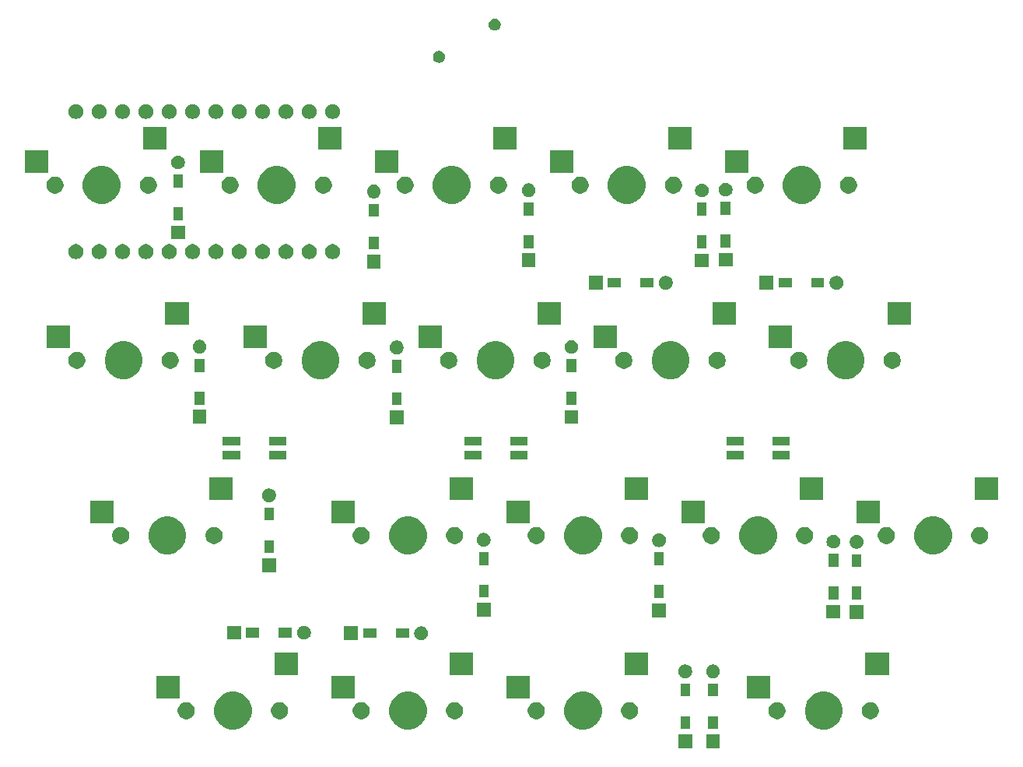
<source format=gbr>
G04 #@! TF.GenerationSoftware,KiCad,Pcbnew,(5.1.6-0-10_14)*
G04 #@! TF.CreationDate,2022-03-06T15:35:19+09:00*
G04 #@! TF.ProjectId,cool936,636f6f6c-3933-4362-9e6b-696361645f70,rev?*
G04 #@! TF.SameCoordinates,Original*
G04 #@! TF.FileFunction,Soldermask,Bot*
G04 #@! TF.FilePolarity,Negative*
%FSLAX46Y46*%
G04 Gerber Fmt 4.6, Leading zero omitted, Abs format (unit mm)*
G04 Created by KiCad (PCBNEW (5.1.6-0-10_14)) date 2022-03-06 15:35:19*
%MOMM*%
%LPD*%
G01*
G04 APERTURE LIST*
%ADD10C,0.100000*%
G04 APERTURE END LIST*
D10*
G36*
X95849500Y-61239500D02*
G01*
X94350500Y-61239500D01*
X94350500Y-59740500D01*
X95849500Y-59740500D01*
X95849500Y-61239500D01*
G37*
G36*
X92839500Y-61239500D02*
G01*
X91340500Y-61239500D01*
X91340500Y-59740500D01*
X92839500Y-59740500D01*
X92839500Y-61239500D01*
G37*
G36*
X107752974Y-55183684D02*
G01*
X107970974Y-55273983D01*
X108125123Y-55337833D01*
X108460048Y-55561623D01*
X108744877Y-55846452D01*
X108968667Y-56181377D01*
X109001062Y-56259586D01*
X109122816Y-56553526D01*
X109201400Y-56948594D01*
X109201400Y-57351406D01*
X109122816Y-57746474D01*
X109071951Y-57869272D01*
X108968667Y-58118623D01*
X108744877Y-58453548D01*
X108460048Y-58738377D01*
X108125123Y-58962167D01*
X107970974Y-59026017D01*
X107752974Y-59116316D01*
X107357906Y-59194900D01*
X106955094Y-59194900D01*
X106560026Y-59116316D01*
X106342026Y-59026017D01*
X106187877Y-58962167D01*
X105852952Y-58738377D01*
X105568123Y-58453548D01*
X105344333Y-58118623D01*
X105241049Y-57869272D01*
X105190184Y-57746474D01*
X105111600Y-57351406D01*
X105111600Y-56948594D01*
X105190184Y-56553526D01*
X105311938Y-56259586D01*
X105344333Y-56181377D01*
X105568123Y-55846452D01*
X105852952Y-55561623D01*
X106187877Y-55337833D01*
X106342026Y-55273983D01*
X106560026Y-55183684D01*
X106955094Y-55105100D01*
X107357906Y-55105100D01*
X107752974Y-55183684D01*
G37*
G36*
X81558974Y-55183684D02*
G01*
X81776974Y-55273983D01*
X81931123Y-55337833D01*
X82266048Y-55561623D01*
X82550877Y-55846452D01*
X82774667Y-56181377D01*
X82807062Y-56259586D01*
X82928816Y-56553526D01*
X83007400Y-56948594D01*
X83007400Y-57351406D01*
X82928816Y-57746474D01*
X82877951Y-57869272D01*
X82774667Y-58118623D01*
X82550877Y-58453548D01*
X82266048Y-58738377D01*
X81931123Y-58962167D01*
X81776974Y-59026017D01*
X81558974Y-59116316D01*
X81163906Y-59194900D01*
X80761094Y-59194900D01*
X80366026Y-59116316D01*
X80148026Y-59026017D01*
X79993877Y-58962167D01*
X79658952Y-58738377D01*
X79374123Y-58453548D01*
X79150333Y-58118623D01*
X79047049Y-57869272D01*
X78996184Y-57746474D01*
X78917600Y-57351406D01*
X78917600Y-56948594D01*
X78996184Y-56553526D01*
X79117938Y-56259586D01*
X79150333Y-56181377D01*
X79374123Y-55846452D01*
X79658952Y-55561623D01*
X79993877Y-55337833D01*
X80148026Y-55273983D01*
X80366026Y-55183684D01*
X80761094Y-55105100D01*
X81163906Y-55105100D01*
X81558974Y-55183684D01*
G37*
G36*
X62508974Y-55183684D02*
G01*
X62726974Y-55273983D01*
X62881123Y-55337833D01*
X63216048Y-55561623D01*
X63500877Y-55846452D01*
X63724667Y-56181377D01*
X63757062Y-56259586D01*
X63878816Y-56553526D01*
X63957400Y-56948594D01*
X63957400Y-57351406D01*
X63878816Y-57746474D01*
X63827951Y-57869272D01*
X63724667Y-58118623D01*
X63500877Y-58453548D01*
X63216048Y-58738377D01*
X62881123Y-58962167D01*
X62726974Y-59026017D01*
X62508974Y-59116316D01*
X62113906Y-59194900D01*
X61711094Y-59194900D01*
X61316026Y-59116316D01*
X61098026Y-59026017D01*
X60943877Y-58962167D01*
X60608952Y-58738377D01*
X60324123Y-58453548D01*
X60100333Y-58118623D01*
X59997049Y-57869272D01*
X59946184Y-57746474D01*
X59867600Y-57351406D01*
X59867600Y-56948594D01*
X59946184Y-56553526D01*
X60067938Y-56259586D01*
X60100333Y-56181377D01*
X60324123Y-55846452D01*
X60608952Y-55561623D01*
X60943877Y-55337833D01*
X61098026Y-55273983D01*
X61316026Y-55183684D01*
X61711094Y-55105100D01*
X62113906Y-55105100D01*
X62508974Y-55183684D01*
G37*
G36*
X43458974Y-55183684D02*
G01*
X43676974Y-55273983D01*
X43831123Y-55337833D01*
X44166048Y-55561623D01*
X44450877Y-55846452D01*
X44674667Y-56181377D01*
X44707062Y-56259586D01*
X44828816Y-56553526D01*
X44907400Y-56948594D01*
X44907400Y-57351406D01*
X44828816Y-57746474D01*
X44777951Y-57869272D01*
X44674667Y-58118623D01*
X44450877Y-58453548D01*
X44166048Y-58738377D01*
X43831123Y-58962167D01*
X43676974Y-59026017D01*
X43458974Y-59116316D01*
X43063906Y-59194900D01*
X42661094Y-59194900D01*
X42266026Y-59116316D01*
X42048026Y-59026017D01*
X41893877Y-58962167D01*
X41558952Y-58738377D01*
X41274123Y-58453548D01*
X41050333Y-58118623D01*
X40947049Y-57869272D01*
X40896184Y-57746474D01*
X40817600Y-57351406D01*
X40817600Y-56948594D01*
X40896184Y-56553526D01*
X41017938Y-56259586D01*
X41050333Y-56181377D01*
X41274123Y-55846452D01*
X41558952Y-55561623D01*
X41893877Y-55337833D01*
X42048026Y-55273983D01*
X42266026Y-55183684D01*
X42661094Y-55105100D01*
X43063906Y-55105100D01*
X43458974Y-55183684D01*
G37*
G36*
X92616000Y-59156000D02*
G01*
X91564000Y-59156000D01*
X91564000Y-57754000D01*
X92616000Y-57754000D01*
X92616000Y-59156000D01*
G37*
G36*
X95626000Y-59156000D02*
G01*
X94574000Y-59156000D01*
X94574000Y-57754000D01*
X95626000Y-57754000D01*
X95626000Y-59156000D01*
G37*
G36*
X57102604Y-56259585D02*
G01*
X57271126Y-56329389D01*
X57422791Y-56430728D01*
X57551772Y-56559709D01*
X57653111Y-56711374D01*
X57722915Y-56879896D01*
X57758500Y-57058797D01*
X57758500Y-57241203D01*
X57722915Y-57420104D01*
X57653111Y-57588626D01*
X57551772Y-57740291D01*
X57422791Y-57869272D01*
X57271126Y-57970611D01*
X57102604Y-58040415D01*
X56923703Y-58076000D01*
X56741297Y-58076000D01*
X56562396Y-58040415D01*
X56393874Y-57970611D01*
X56242209Y-57869272D01*
X56113228Y-57740291D01*
X56011889Y-57588626D01*
X55942085Y-57420104D01*
X55906500Y-57241203D01*
X55906500Y-57058797D01*
X55942085Y-56879896D01*
X56011889Y-56711374D01*
X56113228Y-56559709D01*
X56242209Y-56430728D01*
X56393874Y-56329389D01*
X56562396Y-56259585D01*
X56741297Y-56224000D01*
X56923703Y-56224000D01*
X57102604Y-56259585D01*
G37*
G36*
X48212604Y-56259585D02*
G01*
X48381126Y-56329389D01*
X48532791Y-56430728D01*
X48661772Y-56559709D01*
X48763111Y-56711374D01*
X48832915Y-56879896D01*
X48868500Y-57058797D01*
X48868500Y-57241203D01*
X48832915Y-57420104D01*
X48763111Y-57588626D01*
X48661772Y-57740291D01*
X48532791Y-57869272D01*
X48381126Y-57970611D01*
X48212604Y-58040415D01*
X48033703Y-58076000D01*
X47851297Y-58076000D01*
X47672396Y-58040415D01*
X47503874Y-57970611D01*
X47352209Y-57869272D01*
X47223228Y-57740291D01*
X47121889Y-57588626D01*
X47052085Y-57420104D01*
X47016500Y-57241203D01*
X47016500Y-57058797D01*
X47052085Y-56879896D01*
X47121889Y-56711374D01*
X47223228Y-56559709D01*
X47352209Y-56430728D01*
X47503874Y-56329389D01*
X47672396Y-56259585D01*
X47851297Y-56224000D01*
X48033703Y-56224000D01*
X48212604Y-56259585D01*
G37*
G36*
X38052604Y-56259585D02*
G01*
X38221126Y-56329389D01*
X38372791Y-56430728D01*
X38501772Y-56559709D01*
X38603111Y-56711374D01*
X38672915Y-56879896D01*
X38708500Y-57058797D01*
X38708500Y-57241203D01*
X38672915Y-57420104D01*
X38603111Y-57588626D01*
X38501772Y-57740291D01*
X38372791Y-57869272D01*
X38221126Y-57970611D01*
X38052604Y-58040415D01*
X37873703Y-58076000D01*
X37691297Y-58076000D01*
X37512396Y-58040415D01*
X37343874Y-57970611D01*
X37192209Y-57869272D01*
X37063228Y-57740291D01*
X36961889Y-57588626D01*
X36892085Y-57420104D01*
X36856500Y-57241203D01*
X36856500Y-57058797D01*
X36892085Y-56879896D01*
X36961889Y-56711374D01*
X37063228Y-56559709D01*
X37192209Y-56430728D01*
X37343874Y-56329389D01*
X37512396Y-56259585D01*
X37691297Y-56224000D01*
X37873703Y-56224000D01*
X38052604Y-56259585D01*
G37*
G36*
X67262604Y-56259585D02*
G01*
X67431126Y-56329389D01*
X67582791Y-56430728D01*
X67711772Y-56559709D01*
X67813111Y-56711374D01*
X67882915Y-56879896D01*
X67918500Y-57058797D01*
X67918500Y-57241203D01*
X67882915Y-57420104D01*
X67813111Y-57588626D01*
X67711772Y-57740291D01*
X67582791Y-57869272D01*
X67431126Y-57970611D01*
X67262604Y-58040415D01*
X67083703Y-58076000D01*
X66901297Y-58076000D01*
X66722396Y-58040415D01*
X66553874Y-57970611D01*
X66402209Y-57869272D01*
X66273228Y-57740291D01*
X66171889Y-57588626D01*
X66102085Y-57420104D01*
X66066500Y-57241203D01*
X66066500Y-57058797D01*
X66102085Y-56879896D01*
X66171889Y-56711374D01*
X66273228Y-56559709D01*
X66402209Y-56430728D01*
X66553874Y-56329389D01*
X66722396Y-56259585D01*
X66901297Y-56224000D01*
X67083703Y-56224000D01*
X67262604Y-56259585D01*
G37*
G36*
X102346604Y-56259585D02*
G01*
X102515126Y-56329389D01*
X102666791Y-56430728D01*
X102795772Y-56559709D01*
X102897111Y-56711374D01*
X102966915Y-56879896D01*
X103002500Y-57058797D01*
X103002500Y-57241203D01*
X102966915Y-57420104D01*
X102897111Y-57588626D01*
X102795772Y-57740291D01*
X102666791Y-57869272D01*
X102515126Y-57970611D01*
X102346604Y-58040415D01*
X102167703Y-58076000D01*
X101985297Y-58076000D01*
X101806396Y-58040415D01*
X101637874Y-57970611D01*
X101486209Y-57869272D01*
X101357228Y-57740291D01*
X101255889Y-57588626D01*
X101186085Y-57420104D01*
X101150500Y-57241203D01*
X101150500Y-57058797D01*
X101186085Y-56879896D01*
X101255889Y-56711374D01*
X101357228Y-56559709D01*
X101486209Y-56430728D01*
X101637874Y-56329389D01*
X101806396Y-56259585D01*
X101985297Y-56224000D01*
X102167703Y-56224000D01*
X102346604Y-56259585D01*
G37*
G36*
X86312604Y-56259585D02*
G01*
X86481126Y-56329389D01*
X86632791Y-56430728D01*
X86761772Y-56559709D01*
X86863111Y-56711374D01*
X86932915Y-56879896D01*
X86968500Y-57058797D01*
X86968500Y-57241203D01*
X86932915Y-57420104D01*
X86863111Y-57588626D01*
X86761772Y-57740291D01*
X86632791Y-57869272D01*
X86481126Y-57970611D01*
X86312604Y-58040415D01*
X86133703Y-58076000D01*
X85951297Y-58076000D01*
X85772396Y-58040415D01*
X85603874Y-57970611D01*
X85452209Y-57869272D01*
X85323228Y-57740291D01*
X85221889Y-57588626D01*
X85152085Y-57420104D01*
X85116500Y-57241203D01*
X85116500Y-57058797D01*
X85152085Y-56879896D01*
X85221889Y-56711374D01*
X85323228Y-56559709D01*
X85452209Y-56430728D01*
X85603874Y-56329389D01*
X85772396Y-56259585D01*
X85951297Y-56224000D01*
X86133703Y-56224000D01*
X86312604Y-56259585D01*
G37*
G36*
X76152604Y-56259585D02*
G01*
X76321126Y-56329389D01*
X76472791Y-56430728D01*
X76601772Y-56559709D01*
X76703111Y-56711374D01*
X76772915Y-56879896D01*
X76808500Y-57058797D01*
X76808500Y-57241203D01*
X76772915Y-57420104D01*
X76703111Y-57588626D01*
X76601772Y-57740291D01*
X76472791Y-57869272D01*
X76321126Y-57970611D01*
X76152604Y-58040415D01*
X75973703Y-58076000D01*
X75791297Y-58076000D01*
X75612396Y-58040415D01*
X75443874Y-57970611D01*
X75292209Y-57869272D01*
X75163228Y-57740291D01*
X75061889Y-57588626D01*
X74992085Y-57420104D01*
X74956500Y-57241203D01*
X74956500Y-57058797D01*
X74992085Y-56879896D01*
X75061889Y-56711374D01*
X75163228Y-56559709D01*
X75292209Y-56430728D01*
X75443874Y-56329389D01*
X75612396Y-56259585D01*
X75791297Y-56224000D01*
X75973703Y-56224000D01*
X76152604Y-56259585D01*
G37*
G36*
X112506604Y-56259585D02*
G01*
X112675126Y-56329389D01*
X112826791Y-56430728D01*
X112955772Y-56559709D01*
X113057111Y-56711374D01*
X113126915Y-56879896D01*
X113162500Y-57058797D01*
X113162500Y-57241203D01*
X113126915Y-57420104D01*
X113057111Y-57588626D01*
X112955772Y-57740291D01*
X112826791Y-57869272D01*
X112675126Y-57970611D01*
X112506604Y-58040415D01*
X112327703Y-58076000D01*
X112145297Y-58076000D01*
X111966396Y-58040415D01*
X111797874Y-57970611D01*
X111646209Y-57869272D01*
X111517228Y-57740291D01*
X111415889Y-57588626D01*
X111346085Y-57420104D01*
X111310500Y-57241203D01*
X111310500Y-57058797D01*
X111346085Y-56879896D01*
X111415889Y-56711374D01*
X111517228Y-56559709D01*
X111646209Y-56430728D01*
X111797874Y-56329389D01*
X111966396Y-56259585D01*
X112145297Y-56224000D01*
X112327703Y-56224000D01*
X112506604Y-56259585D01*
G37*
G36*
X56102500Y-55860000D02*
G01*
X53552500Y-55860000D01*
X53552500Y-53360000D01*
X56102500Y-53360000D01*
X56102500Y-55860000D01*
G37*
G36*
X37052500Y-55860000D02*
G01*
X34502500Y-55860000D01*
X34502500Y-53360000D01*
X37052500Y-53360000D01*
X37052500Y-55860000D01*
G37*
G36*
X101346500Y-55860000D02*
G01*
X98796500Y-55860000D01*
X98796500Y-53360000D01*
X101346500Y-53360000D01*
X101346500Y-55860000D01*
G37*
G36*
X75152500Y-55860000D02*
G01*
X72602500Y-55860000D01*
X72602500Y-53360000D01*
X75152500Y-53360000D01*
X75152500Y-55860000D01*
G37*
G36*
X95626000Y-55606000D02*
G01*
X94574000Y-55606000D01*
X94574000Y-54204000D01*
X95626000Y-54204000D01*
X95626000Y-55606000D01*
G37*
G36*
X92616000Y-55606000D02*
G01*
X91564000Y-55606000D01*
X91564000Y-54204000D01*
X92616000Y-54204000D01*
X92616000Y-55606000D01*
G37*
G36*
X92184425Y-52124599D02*
G01*
X92308621Y-52149302D01*
X92445022Y-52205801D01*
X92567779Y-52287825D01*
X92672175Y-52392221D01*
X92754199Y-52514978D01*
X92810698Y-52651379D01*
X92839500Y-52796181D01*
X92839500Y-52943819D01*
X92810698Y-53088621D01*
X92754199Y-53225022D01*
X92672175Y-53347779D01*
X92567779Y-53452175D01*
X92445022Y-53534199D01*
X92308621Y-53590698D01*
X92184425Y-53615401D01*
X92163820Y-53619500D01*
X92016180Y-53619500D01*
X91995575Y-53615401D01*
X91871379Y-53590698D01*
X91734978Y-53534199D01*
X91612221Y-53452175D01*
X91507825Y-53347779D01*
X91425801Y-53225022D01*
X91369302Y-53088621D01*
X91340500Y-52943819D01*
X91340500Y-52796181D01*
X91369302Y-52651379D01*
X91425801Y-52514978D01*
X91507825Y-52392221D01*
X91612221Y-52287825D01*
X91734978Y-52205801D01*
X91871379Y-52149302D01*
X91995575Y-52124599D01*
X92016180Y-52120500D01*
X92163820Y-52120500D01*
X92184425Y-52124599D01*
G37*
G36*
X95194425Y-52124599D02*
G01*
X95318621Y-52149302D01*
X95455022Y-52205801D01*
X95577779Y-52287825D01*
X95682175Y-52392221D01*
X95764199Y-52514978D01*
X95820698Y-52651379D01*
X95849500Y-52796181D01*
X95849500Y-52943819D01*
X95820698Y-53088621D01*
X95764199Y-53225022D01*
X95682175Y-53347779D01*
X95577779Y-53452175D01*
X95455022Y-53534199D01*
X95318621Y-53590698D01*
X95194425Y-53615401D01*
X95173820Y-53619500D01*
X95026180Y-53619500D01*
X95005575Y-53615401D01*
X94881379Y-53590698D01*
X94744978Y-53534199D01*
X94622221Y-53452175D01*
X94517825Y-53347779D01*
X94435801Y-53225022D01*
X94379302Y-53088621D01*
X94350500Y-52943819D01*
X94350500Y-52796181D01*
X94379302Y-52651379D01*
X94435801Y-52514978D01*
X94517825Y-52392221D01*
X94622221Y-52287825D01*
X94744978Y-52205801D01*
X94881379Y-52149302D01*
X95005575Y-52124599D01*
X95026180Y-52120500D01*
X95173820Y-52120500D01*
X95194425Y-52124599D01*
G37*
G36*
X49952500Y-53320000D02*
G01*
X47402500Y-53320000D01*
X47402500Y-50820000D01*
X49952500Y-50820000D01*
X49952500Y-53320000D01*
G37*
G36*
X88052500Y-53320000D02*
G01*
X85502500Y-53320000D01*
X85502500Y-50820000D01*
X88052500Y-50820000D01*
X88052500Y-53320000D01*
G37*
G36*
X69002500Y-53320000D02*
G01*
X66452500Y-53320000D01*
X66452500Y-50820000D01*
X69002500Y-50820000D01*
X69002500Y-53320000D01*
G37*
G36*
X114246500Y-53320000D02*
G01*
X111696500Y-53320000D01*
X111696500Y-50820000D01*
X114246500Y-50820000D01*
X114246500Y-53320000D01*
G37*
G36*
X63434425Y-47984599D02*
G01*
X63558621Y-48009302D01*
X63695022Y-48065801D01*
X63817779Y-48147825D01*
X63922175Y-48252221D01*
X64004199Y-48374978D01*
X64060698Y-48511379D01*
X64089500Y-48656181D01*
X64089500Y-48803819D01*
X64060698Y-48948621D01*
X64004199Y-49085022D01*
X63922175Y-49207779D01*
X63817779Y-49312175D01*
X63695022Y-49394199D01*
X63558621Y-49450698D01*
X63434425Y-49475401D01*
X63413820Y-49479500D01*
X63266180Y-49479500D01*
X63245575Y-49475401D01*
X63121379Y-49450698D01*
X62984978Y-49394199D01*
X62862221Y-49312175D01*
X62757825Y-49207779D01*
X62675801Y-49085022D01*
X62619302Y-48948621D01*
X62590500Y-48803819D01*
X62590500Y-48656181D01*
X62619302Y-48511379D01*
X62675801Y-48374978D01*
X62757825Y-48252221D01*
X62862221Y-48147825D01*
X62984978Y-48065801D01*
X63121379Y-48009302D01*
X63245575Y-47984599D01*
X63266180Y-47980500D01*
X63413820Y-47980500D01*
X63434425Y-47984599D01*
G37*
G36*
X56469500Y-49479500D02*
G01*
X54970500Y-49479500D01*
X54970500Y-47980500D01*
X56469500Y-47980500D01*
X56469500Y-49479500D01*
G37*
G36*
X43719500Y-49409500D02*
G01*
X42220500Y-49409500D01*
X42220500Y-47910500D01*
X43719500Y-47910500D01*
X43719500Y-49409500D01*
G37*
G36*
X50684425Y-47914599D02*
G01*
X50808621Y-47939302D01*
X50945022Y-47995801D01*
X51067779Y-48077825D01*
X51172175Y-48182221D01*
X51254199Y-48304978D01*
X51310698Y-48441379D01*
X51339500Y-48586181D01*
X51339500Y-48733819D01*
X51310698Y-48878621D01*
X51254199Y-49015022D01*
X51172175Y-49137779D01*
X51067779Y-49242175D01*
X50945022Y-49324199D01*
X50808621Y-49380698D01*
X50684425Y-49405401D01*
X50663820Y-49409500D01*
X50516180Y-49409500D01*
X50495575Y-49405401D01*
X50371379Y-49380698D01*
X50234978Y-49324199D01*
X50112221Y-49242175D01*
X50007825Y-49137779D01*
X49925801Y-49015022D01*
X49869302Y-48878621D01*
X49840500Y-48733819D01*
X49840500Y-48586181D01*
X49869302Y-48441379D01*
X49925801Y-48304978D01*
X50007825Y-48182221D01*
X50112221Y-48077825D01*
X50234978Y-47995801D01*
X50371379Y-47939302D01*
X50495575Y-47914599D01*
X50516180Y-47910500D01*
X50663820Y-47910500D01*
X50684425Y-47914599D01*
G37*
G36*
X58456000Y-49256000D02*
G01*
X57054000Y-49256000D01*
X57054000Y-48204000D01*
X58456000Y-48204000D01*
X58456000Y-49256000D01*
G37*
G36*
X62006000Y-49256000D02*
G01*
X60604000Y-49256000D01*
X60604000Y-48204000D01*
X62006000Y-48204000D01*
X62006000Y-49256000D01*
G37*
G36*
X49256000Y-49186000D02*
G01*
X47854000Y-49186000D01*
X47854000Y-48134000D01*
X49256000Y-48134000D01*
X49256000Y-49186000D01*
G37*
G36*
X45706000Y-49186000D02*
G01*
X44304000Y-49186000D01*
X44304000Y-48134000D01*
X45706000Y-48134000D01*
X45706000Y-49186000D01*
G37*
G36*
X111499500Y-47159500D02*
G01*
X110000500Y-47159500D01*
X110000500Y-45660500D01*
X111499500Y-45660500D01*
X111499500Y-47159500D01*
G37*
G36*
X108969500Y-47129500D02*
G01*
X107470500Y-47129500D01*
X107470500Y-45630500D01*
X108969500Y-45630500D01*
X108969500Y-47129500D01*
G37*
G36*
X89979500Y-46979500D02*
G01*
X88480500Y-46979500D01*
X88480500Y-45480500D01*
X89979500Y-45480500D01*
X89979500Y-46979500D01*
G37*
G36*
X70909500Y-46939500D02*
G01*
X69410500Y-46939500D01*
X69410500Y-45440500D01*
X70909500Y-45440500D01*
X70909500Y-46939500D01*
G37*
G36*
X111276000Y-45076000D02*
G01*
X110224000Y-45076000D01*
X110224000Y-43674000D01*
X111276000Y-43674000D01*
X111276000Y-45076000D01*
G37*
G36*
X108746000Y-45046000D02*
G01*
X107694000Y-45046000D01*
X107694000Y-43644000D01*
X108746000Y-43644000D01*
X108746000Y-45046000D01*
G37*
G36*
X89756000Y-44896000D02*
G01*
X88704000Y-44896000D01*
X88704000Y-43494000D01*
X89756000Y-43494000D01*
X89756000Y-44896000D01*
G37*
G36*
X70686000Y-44856000D02*
G01*
X69634000Y-44856000D01*
X69634000Y-43454000D01*
X70686000Y-43454000D01*
X70686000Y-44856000D01*
G37*
G36*
X47539500Y-42099500D02*
G01*
X46040500Y-42099500D01*
X46040500Y-40600500D01*
X47539500Y-40600500D01*
X47539500Y-42099500D01*
G37*
G36*
X111276000Y-41526000D02*
G01*
X110224000Y-41526000D01*
X110224000Y-40124000D01*
X111276000Y-40124000D01*
X111276000Y-41526000D01*
G37*
G36*
X108746000Y-41496000D02*
G01*
X107694000Y-41496000D01*
X107694000Y-40094000D01*
X108746000Y-40094000D01*
X108746000Y-41496000D01*
G37*
G36*
X89756000Y-41346000D02*
G01*
X88704000Y-41346000D01*
X88704000Y-39944000D01*
X89756000Y-39944000D01*
X89756000Y-41346000D01*
G37*
G36*
X70686000Y-41306000D02*
G01*
X69634000Y-41306000D01*
X69634000Y-39904000D01*
X70686000Y-39904000D01*
X70686000Y-41306000D01*
G37*
G36*
X81558974Y-36133684D02*
G01*
X81776974Y-36223983D01*
X81931123Y-36287833D01*
X82266048Y-36511623D01*
X82550877Y-36796452D01*
X82774667Y-37131377D01*
X82807062Y-37209586D01*
X82928816Y-37503526D01*
X83007400Y-37898594D01*
X83007400Y-38301406D01*
X82928816Y-38696474D01*
X82877951Y-38819272D01*
X82774667Y-39068623D01*
X82550877Y-39403548D01*
X82266048Y-39688377D01*
X81931123Y-39912167D01*
X81776974Y-39976017D01*
X81558974Y-40066316D01*
X81163906Y-40144900D01*
X80761094Y-40144900D01*
X80366026Y-40066316D01*
X80148026Y-39976017D01*
X79993877Y-39912167D01*
X79658952Y-39688377D01*
X79374123Y-39403548D01*
X79150333Y-39068623D01*
X79047049Y-38819272D01*
X78996184Y-38696474D01*
X78917600Y-38301406D01*
X78917600Y-37898594D01*
X78996184Y-37503526D01*
X79117938Y-37209586D01*
X79150333Y-37131377D01*
X79374123Y-36796452D01*
X79658952Y-36511623D01*
X79993877Y-36287833D01*
X80148026Y-36223983D01*
X80366026Y-36133684D01*
X80761094Y-36055100D01*
X81163906Y-36055100D01*
X81558974Y-36133684D01*
G37*
G36*
X62508974Y-36133684D02*
G01*
X62726974Y-36223983D01*
X62881123Y-36287833D01*
X63216048Y-36511623D01*
X63500877Y-36796452D01*
X63724667Y-37131377D01*
X63757062Y-37209586D01*
X63878816Y-37503526D01*
X63957400Y-37898594D01*
X63957400Y-38301406D01*
X63878816Y-38696474D01*
X63827951Y-38819272D01*
X63724667Y-39068623D01*
X63500877Y-39403548D01*
X63216048Y-39688377D01*
X62881123Y-39912167D01*
X62726974Y-39976017D01*
X62508974Y-40066316D01*
X62113906Y-40144900D01*
X61711094Y-40144900D01*
X61316026Y-40066316D01*
X61098026Y-39976017D01*
X60943877Y-39912167D01*
X60608952Y-39688377D01*
X60324123Y-39403548D01*
X60100333Y-39068623D01*
X59997049Y-38819272D01*
X59946184Y-38696474D01*
X59867600Y-38301406D01*
X59867600Y-37898594D01*
X59946184Y-37503526D01*
X60067938Y-37209586D01*
X60100333Y-37131377D01*
X60324123Y-36796452D01*
X60608952Y-36511623D01*
X60943877Y-36287833D01*
X61098026Y-36223983D01*
X61316026Y-36133684D01*
X61711094Y-36055100D01*
X62113906Y-36055100D01*
X62508974Y-36133684D01*
G37*
G36*
X119658974Y-36133684D02*
G01*
X119876974Y-36223983D01*
X120031123Y-36287833D01*
X120366048Y-36511623D01*
X120650877Y-36796452D01*
X120874667Y-37131377D01*
X120907062Y-37209586D01*
X121028816Y-37503526D01*
X121107400Y-37898594D01*
X121107400Y-38301406D01*
X121028816Y-38696474D01*
X120977951Y-38819272D01*
X120874667Y-39068623D01*
X120650877Y-39403548D01*
X120366048Y-39688377D01*
X120031123Y-39912167D01*
X119876974Y-39976017D01*
X119658974Y-40066316D01*
X119263906Y-40144900D01*
X118861094Y-40144900D01*
X118466026Y-40066316D01*
X118248026Y-39976017D01*
X118093877Y-39912167D01*
X117758952Y-39688377D01*
X117474123Y-39403548D01*
X117250333Y-39068623D01*
X117147049Y-38819272D01*
X117096184Y-38696474D01*
X117017600Y-38301406D01*
X117017600Y-37898594D01*
X117096184Y-37503526D01*
X117217938Y-37209586D01*
X117250333Y-37131377D01*
X117474123Y-36796452D01*
X117758952Y-36511623D01*
X118093877Y-36287833D01*
X118248026Y-36223983D01*
X118466026Y-36133684D01*
X118861094Y-36055100D01*
X119263906Y-36055100D01*
X119658974Y-36133684D01*
G37*
G36*
X36315474Y-36133684D02*
G01*
X36533474Y-36223983D01*
X36687623Y-36287833D01*
X37022548Y-36511623D01*
X37307377Y-36796452D01*
X37531167Y-37131377D01*
X37563562Y-37209586D01*
X37685316Y-37503526D01*
X37763900Y-37898594D01*
X37763900Y-38301406D01*
X37685316Y-38696474D01*
X37634451Y-38819272D01*
X37531167Y-39068623D01*
X37307377Y-39403548D01*
X37022548Y-39688377D01*
X36687623Y-39912167D01*
X36533474Y-39976017D01*
X36315474Y-40066316D01*
X35920406Y-40144900D01*
X35517594Y-40144900D01*
X35122526Y-40066316D01*
X34904526Y-39976017D01*
X34750377Y-39912167D01*
X34415452Y-39688377D01*
X34130623Y-39403548D01*
X33906833Y-39068623D01*
X33803549Y-38819272D01*
X33752684Y-38696474D01*
X33674100Y-38301406D01*
X33674100Y-37898594D01*
X33752684Y-37503526D01*
X33874438Y-37209586D01*
X33906833Y-37131377D01*
X34130623Y-36796452D01*
X34415452Y-36511623D01*
X34750377Y-36287833D01*
X34904526Y-36223983D01*
X35122526Y-36133684D01*
X35517594Y-36055100D01*
X35920406Y-36055100D01*
X36315474Y-36133684D01*
G37*
G36*
X100608974Y-36133684D02*
G01*
X100826974Y-36223983D01*
X100981123Y-36287833D01*
X101316048Y-36511623D01*
X101600877Y-36796452D01*
X101824667Y-37131377D01*
X101857062Y-37209586D01*
X101978816Y-37503526D01*
X102057400Y-37898594D01*
X102057400Y-38301406D01*
X101978816Y-38696474D01*
X101927951Y-38819272D01*
X101824667Y-39068623D01*
X101600877Y-39403548D01*
X101316048Y-39688377D01*
X100981123Y-39912167D01*
X100826974Y-39976017D01*
X100608974Y-40066316D01*
X100213906Y-40144900D01*
X99811094Y-40144900D01*
X99416026Y-40066316D01*
X99198026Y-39976017D01*
X99043877Y-39912167D01*
X98708952Y-39688377D01*
X98424123Y-39403548D01*
X98200333Y-39068623D01*
X98097049Y-38819272D01*
X98046184Y-38696474D01*
X97967600Y-38301406D01*
X97967600Y-37898594D01*
X98046184Y-37503526D01*
X98167938Y-37209586D01*
X98200333Y-37131377D01*
X98424123Y-36796452D01*
X98708952Y-36511623D01*
X99043877Y-36287833D01*
X99198026Y-36223983D01*
X99416026Y-36133684D01*
X99811094Y-36055100D01*
X100213906Y-36055100D01*
X100608974Y-36133684D01*
G37*
G36*
X47316000Y-40016000D02*
G01*
X46264000Y-40016000D01*
X46264000Y-38614000D01*
X47316000Y-38614000D01*
X47316000Y-40016000D01*
G37*
G36*
X110844425Y-38044599D02*
G01*
X110968621Y-38069302D01*
X111105022Y-38125801D01*
X111227779Y-38207825D01*
X111332175Y-38312221D01*
X111414199Y-38434978D01*
X111470698Y-38571379D01*
X111499500Y-38716181D01*
X111499500Y-38863819D01*
X111470698Y-39008621D01*
X111414199Y-39145022D01*
X111332175Y-39267779D01*
X111227779Y-39372175D01*
X111105022Y-39454199D01*
X110968621Y-39510698D01*
X110844425Y-39535401D01*
X110823820Y-39539500D01*
X110676180Y-39539500D01*
X110655575Y-39535401D01*
X110531379Y-39510698D01*
X110394978Y-39454199D01*
X110272221Y-39372175D01*
X110167825Y-39267779D01*
X110085801Y-39145022D01*
X110029302Y-39008621D01*
X110000500Y-38863819D01*
X110000500Y-38716181D01*
X110029302Y-38571379D01*
X110085801Y-38434978D01*
X110167825Y-38312221D01*
X110272221Y-38207825D01*
X110394978Y-38125801D01*
X110531379Y-38069302D01*
X110655575Y-38044599D01*
X110676180Y-38040500D01*
X110823820Y-38040500D01*
X110844425Y-38044599D01*
G37*
G36*
X108314425Y-38014599D02*
G01*
X108438621Y-38039302D01*
X108575022Y-38095801D01*
X108697779Y-38177825D01*
X108802175Y-38282221D01*
X108884199Y-38404978D01*
X108940698Y-38541379D01*
X108961074Y-38643819D01*
X108969031Y-38683820D01*
X108969500Y-38686181D01*
X108969500Y-38833819D01*
X108940698Y-38978621D01*
X108884199Y-39115022D01*
X108802175Y-39237779D01*
X108697779Y-39342175D01*
X108575022Y-39424199D01*
X108438621Y-39480698D01*
X108314425Y-39505401D01*
X108293820Y-39509500D01*
X108146180Y-39509500D01*
X108125575Y-39505401D01*
X108001379Y-39480698D01*
X107864978Y-39424199D01*
X107742221Y-39342175D01*
X107637825Y-39237779D01*
X107555801Y-39115022D01*
X107499302Y-38978621D01*
X107470500Y-38833819D01*
X107470500Y-38686181D01*
X107470970Y-38683820D01*
X107478926Y-38643819D01*
X107499302Y-38541379D01*
X107555801Y-38404978D01*
X107637825Y-38282221D01*
X107742221Y-38177825D01*
X107864978Y-38095801D01*
X108001379Y-38039302D01*
X108125575Y-38014599D01*
X108146180Y-38010500D01*
X108293820Y-38010500D01*
X108314425Y-38014599D01*
G37*
G36*
X89324425Y-37864599D02*
G01*
X89448621Y-37889302D01*
X89585022Y-37945801D01*
X89707779Y-38027825D01*
X89812175Y-38132221D01*
X89894199Y-38254978D01*
X89950698Y-38391379D01*
X89971544Y-38496181D01*
X89979500Y-38536180D01*
X89979500Y-38683820D01*
X89979030Y-38686181D01*
X89950698Y-38828621D01*
X89894199Y-38965022D01*
X89812175Y-39087779D01*
X89707779Y-39192175D01*
X89585022Y-39274199D01*
X89448621Y-39330698D01*
X89324425Y-39355401D01*
X89303820Y-39359500D01*
X89156180Y-39359500D01*
X89135575Y-39355401D01*
X89011379Y-39330698D01*
X88874978Y-39274199D01*
X88752221Y-39192175D01*
X88647825Y-39087779D01*
X88565801Y-38965022D01*
X88509302Y-38828621D01*
X88480970Y-38686181D01*
X88480500Y-38683820D01*
X88480500Y-38536180D01*
X88488456Y-38496181D01*
X88509302Y-38391379D01*
X88565801Y-38254978D01*
X88647825Y-38132221D01*
X88752221Y-38027825D01*
X88874978Y-37945801D01*
X89011379Y-37889302D01*
X89135575Y-37864599D01*
X89156180Y-37860500D01*
X89303820Y-37860500D01*
X89324425Y-37864599D01*
G37*
G36*
X70254425Y-37824599D02*
G01*
X70378621Y-37849302D01*
X70515022Y-37905801D01*
X70637779Y-37987825D01*
X70742175Y-38092221D01*
X70824199Y-38214978D01*
X70880698Y-38351379D01*
X70909500Y-38496181D01*
X70909500Y-38643819D01*
X70880698Y-38788621D01*
X70824199Y-38925022D01*
X70742175Y-39047779D01*
X70637779Y-39152175D01*
X70515022Y-39234199D01*
X70378621Y-39290698D01*
X70254425Y-39315401D01*
X70233820Y-39319500D01*
X70086180Y-39319500D01*
X70065575Y-39315401D01*
X69941379Y-39290698D01*
X69804978Y-39234199D01*
X69682221Y-39152175D01*
X69577825Y-39047779D01*
X69495801Y-38925022D01*
X69439302Y-38788621D01*
X69410500Y-38643819D01*
X69410500Y-38496181D01*
X69439302Y-38351379D01*
X69495801Y-38214978D01*
X69577825Y-38092221D01*
X69682221Y-37987825D01*
X69804978Y-37905801D01*
X69941379Y-37849302D01*
X70065575Y-37824599D01*
X70086180Y-37820500D01*
X70233820Y-37820500D01*
X70254425Y-37824599D01*
G37*
G36*
X124412604Y-37209585D02*
G01*
X124581126Y-37279389D01*
X124732791Y-37380728D01*
X124861772Y-37509709D01*
X124963111Y-37661374D01*
X125032915Y-37829896D01*
X125068500Y-38008797D01*
X125068500Y-38191203D01*
X125032915Y-38370104D01*
X124963111Y-38538626D01*
X124861772Y-38690291D01*
X124732791Y-38819272D01*
X124581126Y-38920611D01*
X124412604Y-38990415D01*
X124233703Y-39026000D01*
X124051297Y-39026000D01*
X123872396Y-38990415D01*
X123703874Y-38920611D01*
X123552209Y-38819272D01*
X123423228Y-38690291D01*
X123321889Y-38538626D01*
X123252085Y-38370104D01*
X123216500Y-38191203D01*
X123216500Y-38008797D01*
X123252085Y-37829896D01*
X123321889Y-37661374D01*
X123423228Y-37509709D01*
X123552209Y-37380728D01*
X123703874Y-37279389D01*
X123872396Y-37209585D01*
X124051297Y-37174000D01*
X124233703Y-37174000D01*
X124412604Y-37209585D01*
G37*
G36*
X114252604Y-37209585D02*
G01*
X114421126Y-37279389D01*
X114572791Y-37380728D01*
X114701772Y-37509709D01*
X114803111Y-37661374D01*
X114872915Y-37829896D01*
X114908500Y-38008797D01*
X114908500Y-38191203D01*
X114872915Y-38370104D01*
X114803111Y-38538626D01*
X114701772Y-38690291D01*
X114572791Y-38819272D01*
X114421126Y-38920611D01*
X114252604Y-38990415D01*
X114073703Y-39026000D01*
X113891297Y-39026000D01*
X113712396Y-38990415D01*
X113543874Y-38920611D01*
X113392209Y-38819272D01*
X113263228Y-38690291D01*
X113161889Y-38538626D01*
X113092085Y-38370104D01*
X113056500Y-38191203D01*
X113056500Y-38008797D01*
X113092085Y-37829896D01*
X113161889Y-37661374D01*
X113263228Y-37509709D01*
X113392209Y-37380728D01*
X113543874Y-37279389D01*
X113712396Y-37209585D01*
X113891297Y-37174000D01*
X114073703Y-37174000D01*
X114252604Y-37209585D01*
G37*
G36*
X105362604Y-37209585D02*
G01*
X105531126Y-37279389D01*
X105682791Y-37380728D01*
X105811772Y-37509709D01*
X105913111Y-37661374D01*
X105982915Y-37829896D01*
X106018500Y-38008797D01*
X106018500Y-38191203D01*
X105982915Y-38370104D01*
X105913111Y-38538626D01*
X105811772Y-38690291D01*
X105682791Y-38819272D01*
X105531126Y-38920611D01*
X105362604Y-38990415D01*
X105183703Y-39026000D01*
X105001297Y-39026000D01*
X104822396Y-38990415D01*
X104653874Y-38920611D01*
X104502209Y-38819272D01*
X104373228Y-38690291D01*
X104271889Y-38538626D01*
X104202085Y-38370104D01*
X104166500Y-38191203D01*
X104166500Y-38008797D01*
X104202085Y-37829896D01*
X104271889Y-37661374D01*
X104373228Y-37509709D01*
X104502209Y-37380728D01*
X104653874Y-37279389D01*
X104822396Y-37209585D01*
X105001297Y-37174000D01*
X105183703Y-37174000D01*
X105362604Y-37209585D01*
G37*
G36*
X67262604Y-37209585D02*
G01*
X67431126Y-37279389D01*
X67582791Y-37380728D01*
X67711772Y-37509709D01*
X67813111Y-37661374D01*
X67882915Y-37829896D01*
X67918500Y-38008797D01*
X67918500Y-38191203D01*
X67882915Y-38370104D01*
X67813111Y-38538626D01*
X67711772Y-38690291D01*
X67582791Y-38819272D01*
X67431126Y-38920611D01*
X67262604Y-38990415D01*
X67083703Y-39026000D01*
X66901297Y-39026000D01*
X66722396Y-38990415D01*
X66553874Y-38920611D01*
X66402209Y-38819272D01*
X66273228Y-38690291D01*
X66171889Y-38538626D01*
X66102085Y-38370104D01*
X66066500Y-38191203D01*
X66066500Y-38008797D01*
X66102085Y-37829896D01*
X66171889Y-37661374D01*
X66273228Y-37509709D01*
X66402209Y-37380728D01*
X66553874Y-37279389D01*
X66722396Y-37209585D01*
X66901297Y-37174000D01*
X67083703Y-37174000D01*
X67262604Y-37209585D01*
G37*
G36*
X86312604Y-37209585D02*
G01*
X86481126Y-37279389D01*
X86632791Y-37380728D01*
X86761772Y-37509709D01*
X86863111Y-37661374D01*
X86932915Y-37829896D01*
X86968500Y-38008797D01*
X86968500Y-38191203D01*
X86932915Y-38370104D01*
X86863111Y-38538626D01*
X86761772Y-38690291D01*
X86632791Y-38819272D01*
X86481126Y-38920611D01*
X86312604Y-38990415D01*
X86133703Y-39026000D01*
X85951297Y-39026000D01*
X85772396Y-38990415D01*
X85603874Y-38920611D01*
X85452209Y-38819272D01*
X85323228Y-38690291D01*
X85221889Y-38538626D01*
X85152085Y-38370104D01*
X85116500Y-38191203D01*
X85116500Y-38008797D01*
X85152085Y-37829896D01*
X85221889Y-37661374D01*
X85323228Y-37509709D01*
X85452209Y-37380728D01*
X85603874Y-37279389D01*
X85772396Y-37209585D01*
X85951297Y-37174000D01*
X86133703Y-37174000D01*
X86312604Y-37209585D01*
G37*
G36*
X76152604Y-37209585D02*
G01*
X76321126Y-37279389D01*
X76472791Y-37380728D01*
X76601772Y-37509709D01*
X76703111Y-37661374D01*
X76772915Y-37829896D01*
X76808500Y-38008797D01*
X76808500Y-38191203D01*
X76772915Y-38370104D01*
X76703111Y-38538626D01*
X76601772Y-38690291D01*
X76472791Y-38819272D01*
X76321126Y-38920611D01*
X76152604Y-38990415D01*
X75973703Y-39026000D01*
X75791297Y-39026000D01*
X75612396Y-38990415D01*
X75443874Y-38920611D01*
X75292209Y-38819272D01*
X75163228Y-38690291D01*
X75061889Y-38538626D01*
X74992085Y-38370104D01*
X74956500Y-38191203D01*
X74956500Y-38008797D01*
X74992085Y-37829896D01*
X75061889Y-37661374D01*
X75163228Y-37509709D01*
X75292209Y-37380728D01*
X75443874Y-37279389D01*
X75612396Y-37209585D01*
X75791297Y-37174000D01*
X75973703Y-37174000D01*
X76152604Y-37209585D01*
G37*
G36*
X57102604Y-37209585D02*
G01*
X57271126Y-37279389D01*
X57422791Y-37380728D01*
X57551772Y-37509709D01*
X57653111Y-37661374D01*
X57722915Y-37829896D01*
X57758500Y-38008797D01*
X57758500Y-38191203D01*
X57722915Y-38370104D01*
X57653111Y-38538626D01*
X57551772Y-38690291D01*
X57422791Y-38819272D01*
X57271126Y-38920611D01*
X57102604Y-38990415D01*
X56923703Y-39026000D01*
X56741297Y-39026000D01*
X56562396Y-38990415D01*
X56393874Y-38920611D01*
X56242209Y-38819272D01*
X56113228Y-38690291D01*
X56011889Y-38538626D01*
X55942085Y-38370104D01*
X55906500Y-38191203D01*
X55906500Y-38008797D01*
X55942085Y-37829896D01*
X56011889Y-37661374D01*
X56113228Y-37509709D01*
X56242209Y-37380728D01*
X56393874Y-37279389D01*
X56562396Y-37209585D01*
X56741297Y-37174000D01*
X56923703Y-37174000D01*
X57102604Y-37209585D01*
G37*
G36*
X41069104Y-37209585D02*
G01*
X41237626Y-37279389D01*
X41389291Y-37380728D01*
X41518272Y-37509709D01*
X41619611Y-37661374D01*
X41689415Y-37829896D01*
X41725000Y-38008797D01*
X41725000Y-38191203D01*
X41689415Y-38370104D01*
X41619611Y-38538626D01*
X41518272Y-38690291D01*
X41389291Y-38819272D01*
X41237626Y-38920611D01*
X41069104Y-38990415D01*
X40890203Y-39026000D01*
X40707797Y-39026000D01*
X40528896Y-38990415D01*
X40360374Y-38920611D01*
X40208709Y-38819272D01*
X40079728Y-38690291D01*
X39978389Y-38538626D01*
X39908585Y-38370104D01*
X39873000Y-38191203D01*
X39873000Y-38008797D01*
X39908585Y-37829896D01*
X39978389Y-37661374D01*
X40079728Y-37509709D01*
X40208709Y-37380728D01*
X40360374Y-37279389D01*
X40528896Y-37209585D01*
X40707797Y-37174000D01*
X40890203Y-37174000D01*
X41069104Y-37209585D01*
G37*
G36*
X30909104Y-37209585D02*
G01*
X31077626Y-37279389D01*
X31229291Y-37380728D01*
X31358272Y-37509709D01*
X31459611Y-37661374D01*
X31529415Y-37829896D01*
X31565000Y-38008797D01*
X31565000Y-38191203D01*
X31529415Y-38370104D01*
X31459611Y-38538626D01*
X31358272Y-38690291D01*
X31229291Y-38819272D01*
X31077626Y-38920611D01*
X30909104Y-38990415D01*
X30730203Y-39026000D01*
X30547797Y-39026000D01*
X30368896Y-38990415D01*
X30200374Y-38920611D01*
X30048709Y-38819272D01*
X29919728Y-38690291D01*
X29818389Y-38538626D01*
X29748585Y-38370104D01*
X29713000Y-38191203D01*
X29713000Y-38008797D01*
X29748585Y-37829896D01*
X29818389Y-37661374D01*
X29919728Y-37509709D01*
X30048709Y-37380728D01*
X30200374Y-37279389D01*
X30368896Y-37209585D01*
X30547797Y-37174000D01*
X30730203Y-37174000D01*
X30909104Y-37209585D01*
G37*
G36*
X95202604Y-37209585D02*
G01*
X95371126Y-37279389D01*
X95522791Y-37380728D01*
X95651772Y-37509709D01*
X95753111Y-37661374D01*
X95822915Y-37829896D01*
X95858500Y-38008797D01*
X95858500Y-38191203D01*
X95822915Y-38370104D01*
X95753111Y-38538626D01*
X95651772Y-38690291D01*
X95522791Y-38819272D01*
X95371126Y-38920611D01*
X95202604Y-38990415D01*
X95023703Y-39026000D01*
X94841297Y-39026000D01*
X94662396Y-38990415D01*
X94493874Y-38920611D01*
X94342209Y-38819272D01*
X94213228Y-38690291D01*
X94111889Y-38538626D01*
X94042085Y-38370104D01*
X94006500Y-38191203D01*
X94006500Y-38008797D01*
X94042085Y-37829896D01*
X94111889Y-37661374D01*
X94213228Y-37509709D01*
X94342209Y-37380728D01*
X94493874Y-37279389D01*
X94662396Y-37209585D01*
X94841297Y-37174000D01*
X95023703Y-37174000D01*
X95202604Y-37209585D01*
G37*
G36*
X29909000Y-36810000D02*
G01*
X27359000Y-36810000D01*
X27359000Y-34310000D01*
X29909000Y-34310000D01*
X29909000Y-36810000D01*
G37*
G36*
X113252500Y-36810000D02*
G01*
X110702500Y-36810000D01*
X110702500Y-34310000D01*
X113252500Y-34310000D01*
X113252500Y-36810000D01*
G37*
G36*
X75152500Y-36810000D02*
G01*
X72602500Y-36810000D01*
X72602500Y-34310000D01*
X75152500Y-34310000D01*
X75152500Y-36810000D01*
G37*
G36*
X56102500Y-36810000D02*
G01*
X53552500Y-36810000D01*
X53552500Y-34310000D01*
X56102500Y-34310000D01*
X56102500Y-36810000D01*
G37*
G36*
X94202500Y-36810000D02*
G01*
X91652500Y-36810000D01*
X91652500Y-34310000D01*
X94202500Y-34310000D01*
X94202500Y-36810000D01*
G37*
G36*
X47316000Y-36466000D02*
G01*
X46264000Y-36466000D01*
X46264000Y-35064000D01*
X47316000Y-35064000D01*
X47316000Y-36466000D01*
G37*
G36*
X46884425Y-32984599D02*
G01*
X47008621Y-33009302D01*
X47145022Y-33065801D01*
X47267779Y-33147825D01*
X47372175Y-33252221D01*
X47454199Y-33374978D01*
X47510698Y-33511379D01*
X47539500Y-33656181D01*
X47539500Y-33803819D01*
X47510698Y-33948621D01*
X47454199Y-34085022D01*
X47372175Y-34207779D01*
X47267779Y-34312175D01*
X47145022Y-34394199D01*
X47008621Y-34450698D01*
X46884425Y-34475401D01*
X46863820Y-34479500D01*
X46716180Y-34479500D01*
X46695575Y-34475401D01*
X46571379Y-34450698D01*
X46434978Y-34394199D01*
X46312221Y-34312175D01*
X46207825Y-34207779D01*
X46125801Y-34085022D01*
X46069302Y-33948621D01*
X46040500Y-33803819D01*
X46040500Y-33656181D01*
X46069302Y-33511379D01*
X46125801Y-33374978D01*
X46207825Y-33252221D01*
X46312221Y-33147825D01*
X46434978Y-33065801D01*
X46571379Y-33009302D01*
X46695575Y-32984599D01*
X46716180Y-32980500D01*
X46863820Y-32980500D01*
X46884425Y-32984599D01*
G37*
G36*
X107102500Y-34270000D02*
G01*
X104552500Y-34270000D01*
X104552500Y-31770000D01*
X107102500Y-31770000D01*
X107102500Y-34270000D01*
G37*
G36*
X88052500Y-34270000D02*
G01*
X85502500Y-34270000D01*
X85502500Y-31770000D01*
X88052500Y-31770000D01*
X88052500Y-34270000D01*
G37*
G36*
X126152500Y-34270000D02*
G01*
X123602500Y-34270000D01*
X123602500Y-31770000D01*
X126152500Y-31770000D01*
X126152500Y-34270000D01*
G37*
G36*
X69002500Y-34270000D02*
G01*
X66452500Y-34270000D01*
X66452500Y-31770000D01*
X69002500Y-31770000D01*
X69002500Y-34270000D01*
G37*
G36*
X42809000Y-34270000D02*
G01*
X40259000Y-34270000D01*
X40259000Y-31770000D01*
X42809000Y-31770000D01*
X42809000Y-34270000D01*
G37*
G36*
X74951000Y-29811000D02*
G01*
X73049000Y-29811000D01*
X73049000Y-28889000D01*
X74951000Y-28889000D01*
X74951000Y-29811000D01*
G37*
G36*
X69951000Y-29811000D02*
G01*
X68049000Y-29811000D01*
X68049000Y-28889000D01*
X69951000Y-28889000D01*
X69951000Y-29811000D01*
G37*
G36*
X103471000Y-29801000D02*
G01*
X101569000Y-29801000D01*
X101569000Y-28879000D01*
X103471000Y-28879000D01*
X103471000Y-29801000D01*
G37*
G36*
X98471000Y-29801000D02*
G01*
X96569000Y-29801000D01*
X96569000Y-28879000D01*
X98471000Y-28879000D01*
X98471000Y-29801000D01*
G37*
G36*
X48671000Y-29791000D02*
G01*
X46769000Y-29791000D01*
X46769000Y-28869000D01*
X48671000Y-28869000D01*
X48671000Y-29791000D01*
G37*
G36*
X43671000Y-29791000D02*
G01*
X41769000Y-29791000D01*
X41769000Y-28869000D01*
X43671000Y-28869000D01*
X43671000Y-29791000D01*
G37*
G36*
X74951000Y-28311000D02*
G01*
X73049000Y-28311000D01*
X73049000Y-27389000D01*
X74951000Y-27389000D01*
X74951000Y-28311000D01*
G37*
G36*
X69951000Y-28311000D02*
G01*
X68049000Y-28311000D01*
X68049000Y-27389000D01*
X69951000Y-27389000D01*
X69951000Y-28311000D01*
G37*
G36*
X103471000Y-28301000D02*
G01*
X101569000Y-28301000D01*
X101569000Y-27379000D01*
X103471000Y-27379000D01*
X103471000Y-28301000D01*
G37*
G36*
X98471000Y-28301000D02*
G01*
X96569000Y-28301000D01*
X96569000Y-27379000D01*
X98471000Y-27379000D01*
X98471000Y-28301000D01*
G37*
G36*
X43671000Y-28291000D02*
G01*
X41769000Y-28291000D01*
X41769000Y-27369000D01*
X43671000Y-27369000D01*
X43671000Y-28291000D01*
G37*
G36*
X48671000Y-28291000D02*
G01*
X46769000Y-28291000D01*
X46769000Y-27369000D01*
X48671000Y-27369000D01*
X48671000Y-28291000D01*
G37*
G36*
X61439500Y-26029500D02*
G01*
X59940500Y-26029500D01*
X59940500Y-24530500D01*
X61439500Y-24530500D01*
X61439500Y-26029500D01*
G37*
G36*
X80449500Y-25979500D02*
G01*
X78950500Y-25979500D01*
X78950500Y-24480500D01*
X80449500Y-24480500D01*
X80449500Y-25979500D01*
G37*
G36*
X39969500Y-25949500D02*
G01*
X38470500Y-25949500D01*
X38470500Y-24450500D01*
X39969500Y-24450500D01*
X39969500Y-25949500D01*
G37*
G36*
X61216000Y-23946000D02*
G01*
X60164000Y-23946000D01*
X60164000Y-22544000D01*
X61216000Y-22544000D01*
X61216000Y-23946000D01*
G37*
G36*
X80226000Y-23896000D02*
G01*
X79174000Y-23896000D01*
X79174000Y-22494000D01*
X80226000Y-22494000D01*
X80226000Y-23896000D01*
G37*
G36*
X39746000Y-23866000D02*
G01*
X38694000Y-23866000D01*
X38694000Y-22464000D01*
X39746000Y-22464000D01*
X39746000Y-23866000D01*
G37*
G36*
X31552474Y-17083684D02*
G01*
X31770474Y-17173983D01*
X31924623Y-17237833D01*
X32259548Y-17461623D01*
X32544377Y-17746452D01*
X32768167Y-18081377D01*
X32800562Y-18159586D01*
X32922316Y-18453526D01*
X33000900Y-18848594D01*
X33000900Y-19251406D01*
X32922316Y-19646474D01*
X32871451Y-19769272D01*
X32768167Y-20018623D01*
X32544377Y-20353548D01*
X32259548Y-20638377D01*
X31924623Y-20862167D01*
X31770474Y-20926017D01*
X31552474Y-21016316D01*
X31157406Y-21094900D01*
X30754594Y-21094900D01*
X30359526Y-21016316D01*
X30141526Y-20926017D01*
X29987377Y-20862167D01*
X29652452Y-20638377D01*
X29367623Y-20353548D01*
X29143833Y-20018623D01*
X29040549Y-19769272D01*
X28989684Y-19646474D01*
X28911100Y-19251406D01*
X28911100Y-18848594D01*
X28989684Y-18453526D01*
X29111438Y-18159586D01*
X29143833Y-18081377D01*
X29367623Y-17746452D01*
X29652452Y-17461623D01*
X29987377Y-17237833D01*
X30141526Y-17173983D01*
X30359526Y-17083684D01*
X30754594Y-17005100D01*
X31157406Y-17005100D01*
X31552474Y-17083684D01*
G37*
G36*
X52983974Y-17083684D02*
G01*
X53201974Y-17173983D01*
X53356123Y-17237833D01*
X53691048Y-17461623D01*
X53975877Y-17746452D01*
X54199667Y-18081377D01*
X54232062Y-18159586D01*
X54353816Y-18453526D01*
X54432400Y-18848594D01*
X54432400Y-19251406D01*
X54353816Y-19646474D01*
X54302951Y-19769272D01*
X54199667Y-20018623D01*
X53975877Y-20353548D01*
X53691048Y-20638377D01*
X53356123Y-20862167D01*
X53201974Y-20926017D01*
X52983974Y-21016316D01*
X52588906Y-21094900D01*
X52186094Y-21094900D01*
X51791026Y-21016316D01*
X51573026Y-20926017D01*
X51418877Y-20862167D01*
X51083952Y-20638377D01*
X50799123Y-20353548D01*
X50575333Y-20018623D01*
X50472049Y-19769272D01*
X50421184Y-19646474D01*
X50342600Y-19251406D01*
X50342600Y-18848594D01*
X50421184Y-18453526D01*
X50542938Y-18159586D01*
X50575333Y-18081377D01*
X50799123Y-17746452D01*
X51083952Y-17461623D01*
X51418877Y-17237833D01*
X51573026Y-17173983D01*
X51791026Y-17083684D01*
X52186094Y-17005100D01*
X52588906Y-17005100D01*
X52983974Y-17083684D01*
G37*
G36*
X72033974Y-17083684D02*
G01*
X72251974Y-17173983D01*
X72406123Y-17237833D01*
X72741048Y-17461623D01*
X73025877Y-17746452D01*
X73249667Y-18081377D01*
X73282062Y-18159586D01*
X73403816Y-18453526D01*
X73482400Y-18848594D01*
X73482400Y-19251406D01*
X73403816Y-19646474D01*
X73352951Y-19769272D01*
X73249667Y-20018623D01*
X73025877Y-20353548D01*
X72741048Y-20638377D01*
X72406123Y-20862167D01*
X72251974Y-20926017D01*
X72033974Y-21016316D01*
X71638906Y-21094900D01*
X71236094Y-21094900D01*
X70841026Y-21016316D01*
X70623026Y-20926017D01*
X70468877Y-20862167D01*
X70133952Y-20638377D01*
X69849123Y-20353548D01*
X69625333Y-20018623D01*
X69522049Y-19769272D01*
X69471184Y-19646474D01*
X69392600Y-19251406D01*
X69392600Y-18848594D01*
X69471184Y-18453526D01*
X69592938Y-18159586D01*
X69625333Y-18081377D01*
X69849123Y-17746452D01*
X70133952Y-17461623D01*
X70468877Y-17237833D01*
X70623026Y-17173983D01*
X70841026Y-17083684D01*
X71236094Y-17005100D01*
X71638906Y-17005100D01*
X72033974Y-17083684D01*
G37*
G36*
X91083974Y-17083684D02*
G01*
X91301974Y-17173983D01*
X91456123Y-17237833D01*
X91791048Y-17461623D01*
X92075877Y-17746452D01*
X92299667Y-18081377D01*
X92332062Y-18159586D01*
X92453816Y-18453526D01*
X92532400Y-18848594D01*
X92532400Y-19251406D01*
X92453816Y-19646474D01*
X92402951Y-19769272D01*
X92299667Y-20018623D01*
X92075877Y-20353548D01*
X91791048Y-20638377D01*
X91456123Y-20862167D01*
X91301974Y-20926017D01*
X91083974Y-21016316D01*
X90688906Y-21094900D01*
X90286094Y-21094900D01*
X89891026Y-21016316D01*
X89673026Y-20926017D01*
X89518877Y-20862167D01*
X89183952Y-20638377D01*
X88899123Y-20353548D01*
X88675333Y-20018623D01*
X88572049Y-19769272D01*
X88521184Y-19646474D01*
X88442600Y-19251406D01*
X88442600Y-18848594D01*
X88521184Y-18453526D01*
X88642938Y-18159586D01*
X88675333Y-18081377D01*
X88899123Y-17746452D01*
X89183952Y-17461623D01*
X89518877Y-17237833D01*
X89673026Y-17173983D01*
X89891026Y-17083684D01*
X90286094Y-17005100D01*
X90688906Y-17005100D01*
X91083974Y-17083684D01*
G37*
G36*
X110133974Y-17083684D02*
G01*
X110351974Y-17173983D01*
X110506123Y-17237833D01*
X110841048Y-17461623D01*
X111125877Y-17746452D01*
X111349667Y-18081377D01*
X111382062Y-18159586D01*
X111503816Y-18453526D01*
X111582400Y-18848594D01*
X111582400Y-19251406D01*
X111503816Y-19646474D01*
X111452951Y-19769272D01*
X111349667Y-20018623D01*
X111125877Y-20353548D01*
X110841048Y-20638377D01*
X110506123Y-20862167D01*
X110351974Y-20926017D01*
X110133974Y-21016316D01*
X109738906Y-21094900D01*
X109336094Y-21094900D01*
X108941026Y-21016316D01*
X108723026Y-20926017D01*
X108568877Y-20862167D01*
X108233952Y-20638377D01*
X107949123Y-20353548D01*
X107725333Y-20018623D01*
X107622049Y-19769272D01*
X107571184Y-19646474D01*
X107492600Y-19251406D01*
X107492600Y-18848594D01*
X107571184Y-18453526D01*
X107692938Y-18159586D01*
X107725333Y-18081377D01*
X107949123Y-17746452D01*
X108233952Y-17461623D01*
X108568877Y-17237833D01*
X108723026Y-17173983D01*
X108941026Y-17083684D01*
X109336094Y-17005100D01*
X109738906Y-17005100D01*
X110133974Y-17083684D01*
G37*
G36*
X61216000Y-20396000D02*
G01*
X60164000Y-20396000D01*
X60164000Y-18994000D01*
X61216000Y-18994000D01*
X61216000Y-20396000D01*
G37*
G36*
X80226000Y-20346000D02*
G01*
X79174000Y-20346000D01*
X79174000Y-18944000D01*
X80226000Y-18944000D01*
X80226000Y-20346000D01*
G37*
G36*
X39746000Y-20316000D02*
G01*
X38694000Y-20316000D01*
X38694000Y-18914000D01*
X39746000Y-18914000D01*
X39746000Y-20316000D01*
G37*
G36*
X66627604Y-18159585D02*
G01*
X66796126Y-18229389D01*
X66947791Y-18330728D01*
X67076772Y-18459709D01*
X67178111Y-18611374D01*
X67247915Y-18779896D01*
X67283500Y-18958797D01*
X67283500Y-19141203D01*
X67247915Y-19320104D01*
X67178111Y-19488626D01*
X67076772Y-19640291D01*
X66947791Y-19769272D01*
X66796126Y-19870611D01*
X66627604Y-19940415D01*
X66448703Y-19976000D01*
X66266297Y-19976000D01*
X66087396Y-19940415D01*
X65918874Y-19870611D01*
X65767209Y-19769272D01*
X65638228Y-19640291D01*
X65536889Y-19488626D01*
X65467085Y-19320104D01*
X65431500Y-19141203D01*
X65431500Y-18958797D01*
X65467085Y-18779896D01*
X65536889Y-18611374D01*
X65638228Y-18459709D01*
X65767209Y-18330728D01*
X65918874Y-18229389D01*
X66087396Y-18159585D01*
X66266297Y-18124000D01*
X66448703Y-18124000D01*
X66627604Y-18159585D01*
G37*
G36*
X76787604Y-18159585D02*
G01*
X76956126Y-18229389D01*
X77107791Y-18330728D01*
X77236772Y-18459709D01*
X77338111Y-18611374D01*
X77407915Y-18779896D01*
X77443500Y-18958797D01*
X77443500Y-19141203D01*
X77407915Y-19320104D01*
X77338111Y-19488626D01*
X77236772Y-19640291D01*
X77107791Y-19769272D01*
X76956126Y-19870611D01*
X76787604Y-19940415D01*
X76608703Y-19976000D01*
X76426297Y-19976000D01*
X76247396Y-19940415D01*
X76078874Y-19870611D01*
X75927209Y-19769272D01*
X75798228Y-19640291D01*
X75696889Y-19488626D01*
X75627085Y-19320104D01*
X75591500Y-19141203D01*
X75591500Y-18958797D01*
X75627085Y-18779896D01*
X75696889Y-18611374D01*
X75798228Y-18459709D01*
X75927209Y-18330728D01*
X76078874Y-18229389D01*
X76247396Y-18159585D01*
X76426297Y-18124000D01*
X76608703Y-18124000D01*
X76787604Y-18159585D01*
G37*
G36*
X57737604Y-18159585D02*
G01*
X57906126Y-18229389D01*
X58057791Y-18330728D01*
X58186772Y-18459709D01*
X58288111Y-18611374D01*
X58357915Y-18779896D01*
X58393500Y-18958797D01*
X58393500Y-19141203D01*
X58357915Y-19320104D01*
X58288111Y-19488626D01*
X58186772Y-19640291D01*
X58057791Y-19769272D01*
X57906126Y-19870611D01*
X57737604Y-19940415D01*
X57558703Y-19976000D01*
X57376297Y-19976000D01*
X57197396Y-19940415D01*
X57028874Y-19870611D01*
X56877209Y-19769272D01*
X56748228Y-19640291D01*
X56646889Y-19488626D01*
X56577085Y-19320104D01*
X56541500Y-19141203D01*
X56541500Y-18958797D01*
X56577085Y-18779896D01*
X56646889Y-18611374D01*
X56748228Y-18459709D01*
X56877209Y-18330728D01*
X57028874Y-18229389D01*
X57197396Y-18159585D01*
X57376297Y-18124000D01*
X57558703Y-18124000D01*
X57737604Y-18159585D01*
G37*
G36*
X47577604Y-18159585D02*
G01*
X47746126Y-18229389D01*
X47897791Y-18330728D01*
X48026772Y-18459709D01*
X48128111Y-18611374D01*
X48197915Y-18779896D01*
X48233500Y-18958797D01*
X48233500Y-19141203D01*
X48197915Y-19320104D01*
X48128111Y-19488626D01*
X48026772Y-19640291D01*
X47897791Y-19769272D01*
X47746126Y-19870611D01*
X47577604Y-19940415D01*
X47398703Y-19976000D01*
X47216297Y-19976000D01*
X47037396Y-19940415D01*
X46868874Y-19870611D01*
X46717209Y-19769272D01*
X46588228Y-19640291D01*
X46486889Y-19488626D01*
X46417085Y-19320104D01*
X46381500Y-19141203D01*
X46381500Y-18958797D01*
X46417085Y-18779896D01*
X46486889Y-18611374D01*
X46588228Y-18459709D01*
X46717209Y-18330728D01*
X46868874Y-18229389D01*
X47037396Y-18159585D01*
X47216297Y-18124000D01*
X47398703Y-18124000D01*
X47577604Y-18159585D01*
G37*
G36*
X85677604Y-18159585D02*
G01*
X85846126Y-18229389D01*
X85997791Y-18330728D01*
X86126772Y-18459709D01*
X86228111Y-18611374D01*
X86297915Y-18779896D01*
X86333500Y-18958797D01*
X86333500Y-19141203D01*
X86297915Y-19320104D01*
X86228111Y-19488626D01*
X86126772Y-19640291D01*
X85997791Y-19769272D01*
X85846126Y-19870611D01*
X85677604Y-19940415D01*
X85498703Y-19976000D01*
X85316297Y-19976000D01*
X85137396Y-19940415D01*
X84968874Y-19870611D01*
X84817209Y-19769272D01*
X84688228Y-19640291D01*
X84586889Y-19488626D01*
X84517085Y-19320104D01*
X84481500Y-19141203D01*
X84481500Y-18958797D01*
X84517085Y-18779896D01*
X84586889Y-18611374D01*
X84688228Y-18459709D01*
X84817209Y-18330728D01*
X84968874Y-18229389D01*
X85137396Y-18159585D01*
X85316297Y-18124000D01*
X85498703Y-18124000D01*
X85677604Y-18159585D01*
G37*
G36*
X95837604Y-18159585D02*
G01*
X96006126Y-18229389D01*
X96157791Y-18330728D01*
X96286772Y-18459709D01*
X96388111Y-18611374D01*
X96457915Y-18779896D01*
X96493500Y-18958797D01*
X96493500Y-19141203D01*
X96457915Y-19320104D01*
X96388111Y-19488626D01*
X96286772Y-19640291D01*
X96157791Y-19769272D01*
X96006126Y-19870611D01*
X95837604Y-19940415D01*
X95658703Y-19976000D01*
X95476297Y-19976000D01*
X95297396Y-19940415D01*
X95128874Y-19870611D01*
X94977209Y-19769272D01*
X94848228Y-19640291D01*
X94746889Y-19488626D01*
X94677085Y-19320104D01*
X94641500Y-19141203D01*
X94641500Y-18958797D01*
X94677085Y-18779896D01*
X94746889Y-18611374D01*
X94848228Y-18459709D01*
X94977209Y-18330728D01*
X95128874Y-18229389D01*
X95297396Y-18159585D01*
X95476297Y-18124000D01*
X95658703Y-18124000D01*
X95837604Y-18159585D01*
G37*
G36*
X104727604Y-18159585D02*
G01*
X104896126Y-18229389D01*
X105047791Y-18330728D01*
X105176772Y-18459709D01*
X105278111Y-18611374D01*
X105347915Y-18779896D01*
X105383500Y-18958797D01*
X105383500Y-19141203D01*
X105347915Y-19320104D01*
X105278111Y-19488626D01*
X105176772Y-19640291D01*
X105047791Y-19769272D01*
X104896126Y-19870611D01*
X104727604Y-19940415D01*
X104548703Y-19976000D01*
X104366297Y-19976000D01*
X104187396Y-19940415D01*
X104018874Y-19870611D01*
X103867209Y-19769272D01*
X103738228Y-19640291D01*
X103636889Y-19488626D01*
X103567085Y-19320104D01*
X103531500Y-19141203D01*
X103531500Y-18958797D01*
X103567085Y-18779896D01*
X103636889Y-18611374D01*
X103738228Y-18459709D01*
X103867209Y-18330728D01*
X104018874Y-18229389D01*
X104187396Y-18159585D01*
X104366297Y-18124000D01*
X104548703Y-18124000D01*
X104727604Y-18159585D01*
G37*
G36*
X114887604Y-18159585D02*
G01*
X115056126Y-18229389D01*
X115207791Y-18330728D01*
X115336772Y-18459709D01*
X115438111Y-18611374D01*
X115507915Y-18779896D01*
X115543500Y-18958797D01*
X115543500Y-19141203D01*
X115507915Y-19320104D01*
X115438111Y-19488626D01*
X115336772Y-19640291D01*
X115207791Y-19769272D01*
X115056126Y-19870611D01*
X114887604Y-19940415D01*
X114708703Y-19976000D01*
X114526297Y-19976000D01*
X114347396Y-19940415D01*
X114178874Y-19870611D01*
X114027209Y-19769272D01*
X113898228Y-19640291D01*
X113796889Y-19488626D01*
X113727085Y-19320104D01*
X113691500Y-19141203D01*
X113691500Y-18958797D01*
X113727085Y-18779896D01*
X113796889Y-18611374D01*
X113898228Y-18459709D01*
X114027209Y-18330728D01*
X114178874Y-18229389D01*
X114347396Y-18159585D01*
X114526297Y-18124000D01*
X114708703Y-18124000D01*
X114887604Y-18159585D01*
G37*
G36*
X36306104Y-18159585D02*
G01*
X36474626Y-18229389D01*
X36626291Y-18330728D01*
X36755272Y-18459709D01*
X36856611Y-18611374D01*
X36926415Y-18779896D01*
X36962000Y-18958797D01*
X36962000Y-19141203D01*
X36926415Y-19320104D01*
X36856611Y-19488626D01*
X36755272Y-19640291D01*
X36626291Y-19769272D01*
X36474626Y-19870611D01*
X36306104Y-19940415D01*
X36127203Y-19976000D01*
X35944797Y-19976000D01*
X35765896Y-19940415D01*
X35597374Y-19870611D01*
X35445709Y-19769272D01*
X35316728Y-19640291D01*
X35215389Y-19488626D01*
X35145585Y-19320104D01*
X35110000Y-19141203D01*
X35110000Y-18958797D01*
X35145585Y-18779896D01*
X35215389Y-18611374D01*
X35316728Y-18459709D01*
X35445709Y-18330728D01*
X35597374Y-18229389D01*
X35765896Y-18159585D01*
X35944797Y-18124000D01*
X36127203Y-18124000D01*
X36306104Y-18159585D01*
G37*
G36*
X26146104Y-18159585D02*
G01*
X26314626Y-18229389D01*
X26466291Y-18330728D01*
X26595272Y-18459709D01*
X26696611Y-18611374D01*
X26766415Y-18779896D01*
X26802000Y-18958797D01*
X26802000Y-19141203D01*
X26766415Y-19320104D01*
X26696611Y-19488626D01*
X26595272Y-19640291D01*
X26466291Y-19769272D01*
X26314626Y-19870611D01*
X26146104Y-19940415D01*
X25967203Y-19976000D01*
X25784797Y-19976000D01*
X25605896Y-19940415D01*
X25437374Y-19870611D01*
X25285709Y-19769272D01*
X25156728Y-19640291D01*
X25055389Y-19488626D01*
X24985585Y-19320104D01*
X24950000Y-19141203D01*
X24950000Y-18958797D01*
X24985585Y-18779896D01*
X25055389Y-18611374D01*
X25156728Y-18459709D01*
X25285709Y-18330728D01*
X25437374Y-18229389D01*
X25605896Y-18159585D01*
X25784797Y-18124000D01*
X25967203Y-18124000D01*
X26146104Y-18159585D01*
G37*
G36*
X60784425Y-16914599D02*
G01*
X60908621Y-16939302D01*
X61045022Y-16995801D01*
X61167779Y-17077825D01*
X61272175Y-17182221D01*
X61354199Y-17304978D01*
X61410698Y-17441379D01*
X61439500Y-17586181D01*
X61439500Y-17733819D01*
X61410698Y-17878621D01*
X61354199Y-18015022D01*
X61272175Y-18137779D01*
X61167779Y-18242175D01*
X61045022Y-18324199D01*
X60908621Y-18380698D01*
X60784425Y-18405401D01*
X60763820Y-18409500D01*
X60616180Y-18409500D01*
X60595575Y-18405401D01*
X60471379Y-18380698D01*
X60334978Y-18324199D01*
X60212221Y-18242175D01*
X60107825Y-18137779D01*
X60025801Y-18015022D01*
X59969302Y-17878621D01*
X59940500Y-17733819D01*
X59940500Y-17586181D01*
X59969302Y-17441379D01*
X60025801Y-17304978D01*
X60107825Y-17182221D01*
X60212221Y-17077825D01*
X60334978Y-16995801D01*
X60471379Y-16939302D01*
X60595575Y-16914599D01*
X60616180Y-16910500D01*
X60763820Y-16910500D01*
X60784425Y-16914599D01*
G37*
G36*
X79794425Y-16864599D02*
G01*
X79918621Y-16889302D01*
X80055022Y-16945801D01*
X80177779Y-17027825D01*
X80282175Y-17132221D01*
X80364199Y-17254978D01*
X80420698Y-17391379D01*
X80449500Y-17536181D01*
X80449500Y-17683819D01*
X80420698Y-17828621D01*
X80364199Y-17965022D01*
X80282175Y-18087779D01*
X80177779Y-18192175D01*
X80055022Y-18274199D01*
X79918621Y-18330698D01*
X79794425Y-18355401D01*
X79773820Y-18359500D01*
X79626180Y-18359500D01*
X79605575Y-18355401D01*
X79481379Y-18330698D01*
X79344978Y-18274199D01*
X79222221Y-18192175D01*
X79117825Y-18087779D01*
X79035801Y-17965022D01*
X78979302Y-17828621D01*
X78950500Y-17683819D01*
X78950500Y-17536181D01*
X78979302Y-17391379D01*
X79035801Y-17254978D01*
X79117825Y-17132221D01*
X79222221Y-17027825D01*
X79344978Y-16945801D01*
X79481379Y-16889302D01*
X79605575Y-16864599D01*
X79626180Y-16860500D01*
X79773820Y-16860500D01*
X79794425Y-16864599D01*
G37*
G36*
X39314425Y-16834599D02*
G01*
X39438621Y-16859302D01*
X39575022Y-16915801D01*
X39697779Y-16997825D01*
X39802175Y-17102221D01*
X39884199Y-17224978D01*
X39940698Y-17361379D01*
X39969500Y-17506181D01*
X39969500Y-17653819D01*
X39940698Y-17798621D01*
X39884199Y-17935022D01*
X39802175Y-18057779D01*
X39697779Y-18162175D01*
X39575022Y-18244199D01*
X39438621Y-18300698D01*
X39314425Y-18325401D01*
X39293820Y-18329500D01*
X39146180Y-18329500D01*
X39125575Y-18325401D01*
X39001379Y-18300698D01*
X38864978Y-18244199D01*
X38742221Y-18162175D01*
X38637825Y-18057779D01*
X38555801Y-17935022D01*
X38499302Y-17798621D01*
X38470500Y-17653819D01*
X38470500Y-17506181D01*
X38499302Y-17361379D01*
X38555801Y-17224978D01*
X38637825Y-17102221D01*
X38742221Y-16997825D01*
X38864978Y-16915801D01*
X39001379Y-16859302D01*
X39125575Y-16834599D01*
X39146180Y-16830500D01*
X39293820Y-16830500D01*
X39314425Y-16834599D01*
G37*
G36*
X65627500Y-17760000D02*
G01*
X63077500Y-17760000D01*
X63077500Y-15260000D01*
X65627500Y-15260000D01*
X65627500Y-17760000D01*
G37*
G36*
X84677500Y-17760000D02*
G01*
X82127500Y-17760000D01*
X82127500Y-15260000D01*
X84677500Y-15260000D01*
X84677500Y-17760000D01*
G37*
G36*
X103727500Y-17760000D02*
G01*
X101177500Y-17760000D01*
X101177500Y-15260000D01*
X103727500Y-15260000D01*
X103727500Y-17760000D01*
G37*
G36*
X46577500Y-17760000D02*
G01*
X44027500Y-17760000D01*
X44027500Y-15260000D01*
X46577500Y-15260000D01*
X46577500Y-17760000D01*
G37*
G36*
X25146000Y-17760000D02*
G01*
X22596000Y-17760000D01*
X22596000Y-15260000D01*
X25146000Y-15260000D01*
X25146000Y-17760000D01*
G37*
G36*
X38046000Y-15220000D02*
G01*
X35496000Y-15220000D01*
X35496000Y-12720000D01*
X38046000Y-12720000D01*
X38046000Y-15220000D01*
G37*
G36*
X78527500Y-15220000D02*
G01*
X75977500Y-15220000D01*
X75977500Y-12720000D01*
X78527500Y-12720000D01*
X78527500Y-15220000D01*
G37*
G36*
X97577500Y-15220000D02*
G01*
X95027500Y-15220000D01*
X95027500Y-12720000D01*
X97577500Y-12720000D01*
X97577500Y-15220000D01*
G37*
G36*
X116627500Y-15220000D02*
G01*
X114077500Y-15220000D01*
X114077500Y-12720000D01*
X116627500Y-12720000D01*
X116627500Y-15220000D01*
G37*
G36*
X59477500Y-15220000D02*
G01*
X56927500Y-15220000D01*
X56927500Y-12720000D01*
X59477500Y-12720000D01*
X59477500Y-15220000D01*
G37*
G36*
X101679500Y-11369500D02*
G01*
X100180500Y-11369500D01*
X100180500Y-9870500D01*
X101679500Y-9870500D01*
X101679500Y-11369500D01*
G37*
G36*
X108644425Y-9874599D02*
G01*
X108768621Y-9899302D01*
X108905022Y-9955801D01*
X109027779Y-10037825D01*
X109132175Y-10142221D01*
X109214199Y-10264978D01*
X109270698Y-10401379D01*
X109299500Y-10546181D01*
X109299500Y-10693819D01*
X109270698Y-10838621D01*
X109214199Y-10975022D01*
X109132175Y-11097779D01*
X109027779Y-11202175D01*
X108905022Y-11284199D01*
X108768621Y-11340698D01*
X108644425Y-11365401D01*
X108623820Y-11369500D01*
X108476180Y-11369500D01*
X108455575Y-11365401D01*
X108331379Y-11340698D01*
X108194978Y-11284199D01*
X108072221Y-11202175D01*
X107967825Y-11097779D01*
X107885801Y-10975022D01*
X107829302Y-10838621D01*
X107800500Y-10693819D01*
X107800500Y-10546181D01*
X107829302Y-10401379D01*
X107885801Y-10264978D01*
X107967825Y-10142221D01*
X108072221Y-10037825D01*
X108194978Y-9955801D01*
X108331379Y-9899302D01*
X108455575Y-9874599D01*
X108476180Y-9870500D01*
X108623820Y-9870500D01*
X108644425Y-9874599D01*
G37*
G36*
X83089500Y-11369500D02*
G01*
X81590500Y-11369500D01*
X81590500Y-9870500D01*
X83089500Y-9870500D01*
X83089500Y-11369500D01*
G37*
G36*
X90054425Y-9874599D02*
G01*
X90178621Y-9899302D01*
X90315022Y-9955801D01*
X90437779Y-10037825D01*
X90542175Y-10142221D01*
X90624199Y-10264978D01*
X90680698Y-10401379D01*
X90709500Y-10546181D01*
X90709500Y-10693819D01*
X90680698Y-10838621D01*
X90624199Y-10975022D01*
X90542175Y-11097779D01*
X90437779Y-11202175D01*
X90315022Y-11284199D01*
X90178621Y-11340698D01*
X90054425Y-11365401D01*
X90033820Y-11369500D01*
X89886180Y-11369500D01*
X89865575Y-11365401D01*
X89741379Y-11340698D01*
X89604978Y-11284199D01*
X89482221Y-11202175D01*
X89377825Y-11097779D01*
X89295801Y-10975022D01*
X89239302Y-10838621D01*
X89210500Y-10693819D01*
X89210500Y-10546181D01*
X89239302Y-10401379D01*
X89295801Y-10264978D01*
X89377825Y-10142221D01*
X89482221Y-10037825D01*
X89604978Y-9955801D01*
X89741379Y-9899302D01*
X89865575Y-9874599D01*
X89886180Y-9870500D01*
X90033820Y-9870500D01*
X90054425Y-9874599D01*
G37*
G36*
X88626000Y-11146000D02*
G01*
X87224000Y-11146000D01*
X87224000Y-10094000D01*
X88626000Y-10094000D01*
X88626000Y-11146000D01*
G37*
G36*
X107216000Y-11146000D02*
G01*
X105814000Y-11146000D01*
X105814000Y-10094000D01*
X107216000Y-10094000D01*
X107216000Y-11146000D01*
G37*
G36*
X103666000Y-11146000D02*
G01*
X102264000Y-11146000D01*
X102264000Y-10094000D01*
X103666000Y-10094000D01*
X103666000Y-11146000D01*
G37*
G36*
X85076000Y-11146000D02*
G01*
X83674000Y-11146000D01*
X83674000Y-10094000D01*
X85076000Y-10094000D01*
X85076000Y-11146000D01*
G37*
G36*
X58949500Y-9069500D02*
G01*
X57450500Y-9069500D01*
X57450500Y-7570500D01*
X58949500Y-7570500D01*
X58949500Y-9069500D01*
G37*
G36*
X94649500Y-8959500D02*
G01*
X93150500Y-8959500D01*
X93150500Y-7460500D01*
X94649500Y-7460500D01*
X94649500Y-8959500D01*
G37*
G36*
X75789500Y-8929500D02*
G01*
X74290500Y-8929500D01*
X74290500Y-7430500D01*
X75789500Y-7430500D01*
X75789500Y-8929500D01*
G37*
G36*
X97229500Y-8869500D02*
G01*
X95730500Y-8869500D01*
X95730500Y-7370500D01*
X97229500Y-7370500D01*
X97229500Y-8869500D01*
G37*
G36*
X26009142Y-6446842D02*
G01*
X26157101Y-6508129D01*
X26290255Y-6597099D01*
X26403501Y-6710345D01*
X26492471Y-6843499D01*
X26553758Y-6991458D01*
X26585000Y-7148525D01*
X26585000Y-7308675D01*
X26553758Y-7465742D01*
X26492471Y-7613701D01*
X26403501Y-7746855D01*
X26290255Y-7860101D01*
X26157101Y-7949071D01*
X26009142Y-8010358D01*
X25852075Y-8041600D01*
X25691925Y-8041600D01*
X25534858Y-8010358D01*
X25386899Y-7949071D01*
X25253745Y-7860101D01*
X25140499Y-7746855D01*
X25051529Y-7613701D01*
X24990242Y-7465742D01*
X24959000Y-7308675D01*
X24959000Y-7148525D01*
X24990242Y-6991458D01*
X25051529Y-6843499D01*
X25140499Y-6710345D01*
X25253745Y-6597099D01*
X25386899Y-6508129D01*
X25534858Y-6446842D01*
X25691925Y-6415600D01*
X25852075Y-6415600D01*
X26009142Y-6446842D01*
G37*
G36*
X53949142Y-6446842D02*
G01*
X54097101Y-6508129D01*
X54230255Y-6597099D01*
X54343501Y-6710345D01*
X54432471Y-6843499D01*
X54493758Y-6991458D01*
X54525000Y-7148525D01*
X54525000Y-7308675D01*
X54493758Y-7465742D01*
X54432471Y-7613701D01*
X54343501Y-7746855D01*
X54230255Y-7860101D01*
X54097101Y-7949071D01*
X53949142Y-8010358D01*
X53792075Y-8041600D01*
X53631925Y-8041600D01*
X53474858Y-8010358D01*
X53326899Y-7949071D01*
X53193745Y-7860101D01*
X53080499Y-7746855D01*
X52991529Y-7613701D01*
X52930242Y-7465742D01*
X52899000Y-7308675D01*
X52899000Y-7148525D01*
X52930242Y-6991458D01*
X52991529Y-6843499D01*
X53080499Y-6710345D01*
X53193745Y-6597099D01*
X53326899Y-6508129D01*
X53474858Y-6446842D01*
X53631925Y-6415600D01*
X53792075Y-6415600D01*
X53949142Y-6446842D01*
G37*
G36*
X51409142Y-6446842D02*
G01*
X51557101Y-6508129D01*
X51690255Y-6597099D01*
X51803501Y-6710345D01*
X51892471Y-6843499D01*
X51953758Y-6991458D01*
X51985000Y-7148525D01*
X51985000Y-7308675D01*
X51953758Y-7465742D01*
X51892471Y-7613701D01*
X51803501Y-7746855D01*
X51690255Y-7860101D01*
X51557101Y-7949071D01*
X51409142Y-8010358D01*
X51252075Y-8041600D01*
X51091925Y-8041600D01*
X50934858Y-8010358D01*
X50786899Y-7949071D01*
X50653745Y-7860101D01*
X50540499Y-7746855D01*
X50451529Y-7613701D01*
X50390242Y-7465742D01*
X50359000Y-7308675D01*
X50359000Y-7148525D01*
X50390242Y-6991458D01*
X50451529Y-6843499D01*
X50540499Y-6710345D01*
X50653745Y-6597099D01*
X50786899Y-6508129D01*
X50934858Y-6446842D01*
X51091925Y-6415600D01*
X51252075Y-6415600D01*
X51409142Y-6446842D01*
G37*
G36*
X48869142Y-6446842D02*
G01*
X49017101Y-6508129D01*
X49150255Y-6597099D01*
X49263501Y-6710345D01*
X49352471Y-6843499D01*
X49413758Y-6991458D01*
X49445000Y-7148525D01*
X49445000Y-7308675D01*
X49413758Y-7465742D01*
X49352471Y-7613701D01*
X49263501Y-7746855D01*
X49150255Y-7860101D01*
X49017101Y-7949071D01*
X48869142Y-8010358D01*
X48712075Y-8041600D01*
X48551925Y-8041600D01*
X48394858Y-8010358D01*
X48246899Y-7949071D01*
X48113745Y-7860101D01*
X48000499Y-7746855D01*
X47911529Y-7613701D01*
X47850242Y-7465742D01*
X47819000Y-7308675D01*
X47819000Y-7148525D01*
X47850242Y-6991458D01*
X47911529Y-6843499D01*
X48000499Y-6710345D01*
X48113745Y-6597099D01*
X48246899Y-6508129D01*
X48394858Y-6446842D01*
X48551925Y-6415600D01*
X48712075Y-6415600D01*
X48869142Y-6446842D01*
G37*
G36*
X46329142Y-6446842D02*
G01*
X46477101Y-6508129D01*
X46610255Y-6597099D01*
X46723501Y-6710345D01*
X46812471Y-6843499D01*
X46873758Y-6991458D01*
X46905000Y-7148525D01*
X46905000Y-7308675D01*
X46873758Y-7465742D01*
X46812471Y-7613701D01*
X46723501Y-7746855D01*
X46610255Y-7860101D01*
X46477101Y-7949071D01*
X46329142Y-8010358D01*
X46172075Y-8041600D01*
X46011925Y-8041600D01*
X45854858Y-8010358D01*
X45706899Y-7949071D01*
X45573745Y-7860101D01*
X45460499Y-7746855D01*
X45371529Y-7613701D01*
X45310242Y-7465742D01*
X45279000Y-7308675D01*
X45279000Y-7148525D01*
X45310242Y-6991458D01*
X45371529Y-6843499D01*
X45460499Y-6710345D01*
X45573745Y-6597099D01*
X45706899Y-6508129D01*
X45854858Y-6446842D01*
X46011925Y-6415600D01*
X46172075Y-6415600D01*
X46329142Y-6446842D01*
G37*
G36*
X43789142Y-6446842D02*
G01*
X43937101Y-6508129D01*
X44070255Y-6597099D01*
X44183501Y-6710345D01*
X44272471Y-6843499D01*
X44333758Y-6991458D01*
X44365000Y-7148525D01*
X44365000Y-7308675D01*
X44333758Y-7465742D01*
X44272471Y-7613701D01*
X44183501Y-7746855D01*
X44070255Y-7860101D01*
X43937101Y-7949071D01*
X43789142Y-8010358D01*
X43632075Y-8041600D01*
X43471925Y-8041600D01*
X43314858Y-8010358D01*
X43166899Y-7949071D01*
X43033745Y-7860101D01*
X42920499Y-7746855D01*
X42831529Y-7613701D01*
X42770242Y-7465742D01*
X42739000Y-7308675D01*
X42739000Y-7148525D01*
X42770242Y-6991458D01*
X42831529Y-6843499D01*
X42920499Y-6710345D01*
X43033745Y-6597099D01*
X43166899Y-6508129D01*
X43314858Y-6446842D01*
X43471925Y-6415600D01*
X43632075Y-6415600D01*
X43789142Y-6446842D01*
G37*
G36*
X41249142Y-6446842D02*
G01*
X41397101Y-6508129D01*
X41530255Y-6597099D01*
X41643501Y-6710345D01*
X41732471Y-6843499D01*
X41793758Y-6991458D01*
X41825000Y-7148525D01*
X41825000Y-7308675D01*
X41793758Y-7465742D01*
X41732471Y-7613701D01*
X41643501Y-7746855D01*
X41530255Y-7860101D01*
X41397101Y-7949071D01*
X41249142Y-8010358D01*
X41092075Y-8041600D01*
X40931925Y-8041600D01*
X40774858Y-8010358D01*
X40626899Y-7949071D01*
X40493745Y-7860101D01*
X40380499Y-7746855D01*
X40291529Y-7613701D01*
X40230242Y-7465742D01*
X40199000Y-7308675D01*
X40199000Y-7148525D01*
X40230242Y-6991458D01*
X40291529Y-6843499D01*
X40380499Y-6710345D01*
X40493745Y-6597099D01*
X40626899Y-6508129D01*
X40774858Y-6446842D01*
X40931925Y-6415600D01*
X41092075Y-6415600D01*
X41249142Y-6446842D01*
G37*
G36*
X38709142Y-6446842D02*
G01*
X38857101Y-6508129D01*
X38990255Y-6597099D01*
X39103501Y-6710345D01*
X39192471Y-6843499D01*
X39253758Y-6991458D01*
X39285000Y-7148525D01*
X39285000Y-7308675D01*
X39253758Y-7465742D01*
X39192471Y-7613701D01*
X39103501Y-7746855D01*
X38990255Y-7860101D01*
X38857101Y-7949071D01*
X38709142Y-8010358D01*
X38552075Y-8041600D01*
X38391925Y-8041600D01*
X38234858Y-8010358D01*
X38086899Y-7949071D01*
X37953745Y-7860101D01*
X37840499Y-7746855D01*
X37751529Y-7613701D01*
X37690242Y-7465742D01*
X37659000Y-7308675D01*
X37659000Y-7148525D01*
X37690242Y-6991458D01*
X37751529Y-6843499D01*
X37840499Y-6710345D01*
X37953745Y-6597099D01*
X38086899Y-6508129D01*
X38234858Y-6446842D01*
X38391925Y-6415600D01*
X38552075Y-6415600D01*
X38709142Y-6446842D01*
G37*
G36*
X36169142Y-6446842D02*
G01*
X36317101Y-6508129D01*
X36450255Y-6597099D01*
X36563501Y-6710345D01*
X36652471Y-6843499D01*
X36713758Y-6991458D01*
X36745000Y-7148525D01*
X36745000Y-7308675D01*
X36713758Y-7465742D01*
X36652471Y-7613701D01*
X36563501Y-7746855D01*
X36450255Y-7860101D01*
X36317101Y-7949071D01*
X36169142Y-8010358D01*
X36012075Y-8041600D01*
X35851925Y-8041600D01*
X35694858Y-8010358D01*
X35546899Y-7949071D01*
X35413745Y-7860101D01*
X35300499Y-7746855D01*
X35211529Y-7613701D01*
X35150242Y-7465742D01*
X35119000Y-7308675D01*
X35119000Y-7148525D01*
X35150242Y-6991458D01*
X35211529Y-6843499D01*
X35300499Y-6710345D01*
X35413745Y-6597099D01*
X35546899Y-6508129D01*
X35694858Y-6446842D01*
X35851925Y-6415600D01*
X36012075Y-6415600D01*
X36169142Y-6446842D01*
G37*
G36*
X33629142Y-6446842D02*
G01*
X33777101Y-6508129D01*
X33910255Y-6597099D01*
X34023501Y-6710345D01*
X34112471Y-6843499D01*
X34173758Y-6991458D01*
X34205000Y-7148525D01*
X34205000Y-7308675D01*
X34173758Y-7465742D01*
X34112471Y-7613701D01*
X34023501Y-7746855D01*
X33910255Y-7860101D01*
X33777101Y-7949071D01*
X33629142Y-8010358D01*
X33472075Y-8041600D01*
X33311925Y-8041600D01*
X33154858Y-8010358D01*
X33006899Y-7949071D01*
X32873745Y-7860101D01*
X32760499Y-7746855D01*
X32671529Y-7613701D01*
X32610242Y-7465742D01*
X32579000Y-7308675D01*
X32579000Y-7148525D01*
X32610242Y-6991458D01*
X32671529Y-6843499D01*
X32760499Y-6710345D01*
X32873745Y-6597099D01*
X33006899Y-6508129D01*
X33154858Y-6446842D01*
X33311925Y-6415600D01*
X33472075Y-6415600D01*
X33629142Y-6446842D01*
G37*
G36*
X31089142Y-6446842D02*
G01*
X31237101Y-6508129D01*
X31370255Y-6597099D01*
X31483501Y-6710345D01*
X31572471Y-6843499D01*
X31633758Y-6991458D01*
X31665000Y-7148525D01*
X31665000Y-7308675D01*
X31633758Y-7465742D01*
X31572471Y-7613701D01*
X31483501Y-7746855D01*
X31370255Y-7860101D01*
X31237101Y-7949071D01*
X31089142Y-8010358D01*
X30932075Y-8041600D01*
X30771925Y-8041600D01*
X30614858Y-8010358D01*
X30466899Y-7949071D01*
X30333745Y-7860101D01*
X30220499Y-7746855D01*
X30131529Y-7613701D01*
X30070242Y-7465742D01*
X30039000Y-7308675D01*
X30039000Y-7148525D01*
X30070242Y-6991458D01*
X30131529Y-6843499D01*
X30220499Y-6710345D01*
X30333745Y-6597099D01*
X30466899Y-6508129D01*
X30614858Y-6446842D01*
X30771925Y-6415600D01*
X30932075Y-6415600D01*
X31089142Y-6446842D01*
G37*
G36*
X28549142Y-6446842D02*
G01*
X28697101Y-6508129D01*
X28830255Y-6597099D01*
X28943501Y-6710345D01*
X29032471Y-6843499D01*
X29093758Y-6991458D01*
X29125000Y-7148525D01*
X29125000Y-7308675D01*
X29093758Y-7465742D01*
X29032471Y-7613701D01*
X28943501Y-7746855D01*
X28830255Y-7860101D01*
X28697101Y-7949071D01*
X28549142Y-8010358D01*
X28392075Y-8041600D01*
X28231925Y-8041600D01*
X28074858Y-8010358D01*
X27926899Y-7949071D01*
X27793745Y-7860101D01*
X27680499Y-7746855D01*
X27591529Y-7613701D01*
X27530242Y-7465742D01*
X27499000Y-7308675D01*
X27499000Y-7148525D01*
X27530242Y-6991458D01*
X27591529Y-6843499D01*
X27680499Y-6710345D01*
X27793745Y-6597099D01*
X27926899Y-6508129D01*
X28074858Y-6446842D01*
X28231925Y-6415600D01*
X28392075Y-6415600D01*
X28549142Y-6446842D01*
G37*
G36*
X58726000Y-6986000D02*
G01*
X57674000Y-6986000D01*
X57674000Y-5584000D01*
X58726000Y-5584000D01*
X58726000Y-6986000D01*
G37*
G36*
X94426000Y-6876000D02*
G01*
X93374000Y-6876000D01*
X93374000Y-5474000D01*
X94426000Y-5474000D01*
X94426000Y-6876000D01*
G37*
G36*
X75566000Y-6846000D02*
G01*
X74514000Y-6846000D01*
X74514000Y-5444000D01*
X75566000Y-5444000D01*
X75566000Y-6846000D01*
G37*
G36*
X97006000Y-6786000D02*
G01*
X95954000Y-6786000D01*
X95954000Y-5384000D01*
X97006000Y-5384000D01*
X97006000Y-6786000D01*
G37*
G36*
X37629500Y-5899500D02*
G01*
X36130500Y-5899500D01*
X36130500Y-4400500D01*
X37629500Y-4400500D01*
X37629500Y-5899500D01*
G37*
G36*
X37406000Y-3816000D02*
G01*
X36354000Y-3816000D01*
X36354000Y-2414000D01*
X37406000Y-2414000D01*
X37406000Y-3816000D01*
G37*
G36*
X58726000Y-3436000D02*
G01*
X57674000Y-3436000D01*
X57674000Y-2034000D01*
X58726000Y-2034000D01*
X58726000Y-3436000D01*
G37*
G36*
X94426000Y-3326000D02*
G01*
X93374000Y-3326000D01*
X93374000Y-1924000D01*
X94426000Y-1924000D01*
X94426000Y-3326000D01*
G37*
G36*
X75566000Y-3296000D02*
G01*
X74514000Y-3296000D01*
X74514000Y-1894000D01*
X75566000Y-1894000D01*
X75566000Y-3296000D01*
G37*
G36*
X97006000Y-3236000D02*
G01*
X95954000Y-3236000D01*
X95954000Y-1834000D01*
X97006000Y-1834000D01*
X97006000Y-3236000D01*
G37*
G36*
X105371474Y1966316D02*
G01*
X105560968Y1887825D01*
X105743623Y1812167D01*
X106078548Y1588377D01*
X106363377Y1303548D01*
X106587167Y968623D01*
X106619562Y890414D01*
X106741316Y596474D01*
X106819900Y201406D01*
X106819900Y-201406D01*
X106741316Y-596474D01*
X106665868Y-778621D01*
X106587167Y-968623D01*
X106363377Y-1303548D01*
X106078548Y-1588377D01*
X105743623Y-1812167D01*
X105690913Y-1834000D01*
X105371474Y-1966316D01*
X104976406Y-2044900D01*
X104573594Y-2044900D01*
X104178526Y-1966316D01*
X103859087Y-1834000D01*
X103806377Y-1812167D01*
X103471452Y-1588377D01*
X103186623Y-1303548D01*
X102962833Y-968623D01*
X102884132Y-778621D01*
X102808684Y-596474D01*
X102730100Y-201406D01*
X102730100Y201406D01*
X102808684Y596474D01*
X102930438Y890414D01*
X102962833Y968623D01*
X103186623Y1303548D01*
X103471452Y1588377D01*
X103806377Y1812167D01*
X103989032Y1887825D01*
X104178526Y1966316D01*
X104573594Y2044900D01*
X104976406Y2044900D01*
X105371474Y1966316D01*
G37*
G36*
X29171474Y1966316D02*
G01*
X29360968Y1887825D01*
X29543623Y1812167D01*
X29878548Y1588377D01*
X30163377Y1303548D01*
X30387167Y968623D01*
X30419562Y890414D01*
X30541316Y596474D01*
X30619900Y201406D01*
X30619900Y-201406D01*
X30541316Y-596474D01*
X30465868Y-778621D01*
X30387167Y-968623D01*
X30163377Y-1303548D01*
X29878548Y-1588377D01*
X29543623Y-1812167D01*
X29490913Y-1834000D01*
X29171474Y-1966316D01*
X28776406Y-2044900D01*
X28373594Y-2044900D01*
X27978526Y-1966316D01*
X27659087Y-1834000D01*
X27606377Y-1812167D01*
X27271452Y-1588377D01*
X26986623Y-1303548D01*
X26762833Y-968623D01*
X26684132Y-778621D01*
X26608684Y-596474D01*
X26530100Y-201406D01*
X26530100Y201406D01*
X26608684Y596474D01*
X26730438Y890414D01*
X26762833Y968623D01*
X26986623Y1303548D01*
X27271452Y1588377D01*
X27606377Y1812167D01*
X27789032Y1887825D01*
X27978526Y1966316D01*
X28373594Y2044900D01*
X28776406Y2044900D01*
X29171474Y1966316D01*
G37*
G36*
X48221474Y1966316D02*
G01*
X48410968Y1887825D01*
X48593623Y1812167D01*
X48928548Y1588377D01*
X49213377Y1303548D01*
X49437167Y968623D01*
X49469562Y890414D01*
X49591316Y596474D01*
X49669900Y201406D01*
X49669900Y-201406D01*
X49591316Y-596474D01*
X49515868Y-778621D01*
X49437167Y-968623D01*
X49213377Y-1303548D01*
X48928548Y-1588377D01*
X48593623Y-1812167D01*
X48540913Y-1834000D01*
X48221474Y-1966316D01*
X47826406Y-2044900D01*
X47423594Y-2044900D01*
X47028526Y-1966316D01*
X46709087Y-1834000D01*
X46656377Y-1812167D01*
X46321452Y-1588377D01*
X46036623Y-1303548D01*
X45812833Y-968623D01*
X45734132Y-778621D01*
X45658684Y-596474D01*
X45580100Y-201406D01*
X45580100Y201406D01*
X45658684Y596474D01*
X45780438Y890414D01*
X45812833Y968623D01*
X46036623Y1303548D01*
X46321452Y1588377D01*
X46656377Y1812167D01*
X46839032Y1887825D01*
X47028526Y1966316D01*
X47423594Y2044900D01*
X47826406Y2044900D01*
X48221474Y1966316D01*
G37*
G36*
X86321474Y1966316D02*
G01*
X86510968Y1887825D01*
X86693623Y1812167D01*
X87028548Y1588377D01*
X87313377Y1303548D01*
X87537167Y968623D01*
X87569562Y890414D01*
X87691316Y596474D01*
X87769900Y201406D01*
X87769900Y-201406D01*
X87691316Y-596474D01*
X87615868Y-778621D01*
X87537167Y-968623D01*
X87313377Y-1303548D01*
X87028548Y-1588377D01*
X86693623Y-1812167D01*
X86640913Y-1834000D01*
X86321474Y-1966316D01*
X85926406Y-2044900D01*
X85523594Y-2044900D01*
X85128526Y-1966316D01*
X84809087Y-1834000D01*
X84756377Y-1812167D01*
X84421452Y-1588377D01*
X84136623Y-1303548D01*
X83912833Y-968623D01*
X83834132Y-778621D01*
X83758684Y-596474D01*
X83680100Y-201406D01*
X83680100Y201406D01*
X83758684Y596474D01*
X83880438Y890414D01*
X83912833Y968623D01*
X84136623Y1303548D01*
X84421452Y1588377D01*
X84756377Y1812167D01*
X84939032Y1887825D01*
X85128526Y1966316D01*
X85523594Y2044900D01*
X85926406Y2044900D01*
X86321474Y1966316D01*
G37*
G36*
X67271474Y1966316D02*
G01*
X67460968Y1887825D01*
X67643623Y1812167D01*
X67978548Y1588377D01*
X68263377Y1303548D01*
X68487167Y968623D01*
X68519562Y890414D01*
X68641316Y596474D01*
X68719900Y201406D01*
X68719900Y-201406D01*
X68641316Y-596474D01*
X68565868Y-778621D01*
X68487167Y-968623D01*
X68263377Y-1303548D01*
X67978548Y-1588377D01*
X67643623Y-1812167D01*
X67590913Y-1834000D01*
X67271474Y-1966316D01*
X66876406Y-2044900D01*
X66473594Y-2044900D01*
X66078526Y-1966316D01*
X65759087Y-1834000D01*
X65706377Y-1812167D01*
X65371452Y-1588377D01*
X65086623Y-1303548D01*
X64862833Y-968623D01*
X64784132Y-778621D01*
X64708684Y-596474D01*
X64630100Y-201406D01*
X64630100Y201406D01*
X64708684Y596474D01*
X64830438Y890414D01*
X64862833Y968623D01*
X65086623Y1303548D01*
X65371452Y1588377D01*
X65706377Y1812167D01*
X65889032Y1887825D01*
X66078526Y1966316D01*
X66473594Y2044900D01*
X66876406Y2044900D01*
X67271474Y1966316D01*
G37*
G36*
X58294425Y45401D02*
G01*
X58418621Y20698D01*
X58555022Y-35801D01*
X58677779Y-117825D01*
X58782175Y-222221D01*
X58864199Y-344978D01*
X58920698Y-481379D01*
X58949500Y-626181D01*
X58949500Y-773819D01*
X58920698Y-918621D01*
X58864199Y-1055022D01*
X58782175Y-1177779D01*
X58677779Y-1282175D01*
X58555022Y-1364199D01*
X58418621Y-1420698D01*
X58294425Y-1445401D01*
X58273820Y-1449500D01*
X58126180Y-1449500D01*
X58105575Y-1445401D01*
X57981379Y-1420698D01*
X57844978Y-1364199D01*
X57722221Y-1282175D01*
X57617825Y-1177779D01*
X57535801Y-1055022D01*
X57479302Y-918621D01*
X57450500Y-773819D01*
X57450500Y-626181D01*
X57479302Y-481379D01*
X57535801Y-344978D01*
X57617825Y-222221D01*
X57722221Y-117825D01*
X57844978Y-35801D01*
X57981379Y20698D01*
X58105575Y45401D01*
X58126180Y49500D01*
X58273820Y49500D01*
X58294425Y45401D01*
G37*
G36*
X93994425Y155401D02*
G01*
X94118621Y130698D01*
X94255022Y74199D01*
X94377779Y-7825D01*
X94482175Y-112221D01*
X94564199Y-234978D01*
X94620698Y-371379D01*
X94649500Y-516181D01*
X94649500Y-663819D01*
X94620698Y-808621D01*
X94564199Y-945022D01*
X94482175Y-1067779D01*
X94377779Y-1172175D01*
X94255022Y-1254199D01*
X94118621Y-1310698D01*
X93994425Y-1335401D01*
X93973820Y-1339500D01*
X93826180Y-1339500D01*
X93805575Y-1335401D01*
X93681379Y-1310698D01*
X93544978Y-1254199D01*
X93422221Y-1172175D01*
X93317825Y-1067779D01*
X93235801Y-945022D01*
X93179302Y-808621D01*
X93150500Y-663819D01*
X93150500Y-516181D01*
X93179302Y-371379D01*
X93235801Y-234978D01*
X93317825Y-112221D01*
X93422221Y-7825D01*
X93544978Y74199D01*
X93681379Y130698D01*
X93805575Y155401D01*
X93826180Y159500D01*
X93973820Y159500D01*
X93994425Y155401D01*
G37*
G36*
X75134425Y185401D02*
G01*
X75258621Y160698D01*
X75395022Y104199D01*
X75517779Y22175D01*
X75622175Y-82221D01*
X75704199Y-204978D01*
X75760698Y-341379D01*
X75789500Y-486181D01*
X75789500Y-633819D01*
X75760698Y-778621D01*
X75704199Y-915022D01*
X75622175Y-1037779D01*
X75517779Y-1142175D01*
X75395022Y-1224199D01*
X75258621Y-1280698D01*
X75134425Y-1305401D01*
X75113820Y-1309500D01*
X74966180Y-1309500D01*
X74945575Y-1305401D01*
X74821379Y-1280698D01*
X74684978Y-1224199D01*
X74562221Y-1142175D01*
X74457825Y-1037779D01*
X74375801Y-915022D01*
X74319302Y-778621D01*
X74290500Y-633819D01*
X74290500Y-486181D01*
X74319302Y-341379D01*
X74375801Y-204978D01*
X74457825Y-82221D01*
X74562221Y22175D01*
X74684978Y104199D01*
X74821379Y160698D01*
X74945575Y185401D01*
X74966180Y189500D01*
X75113820Y189500D01*
X75134425Y185401D01*
G37*
G36*
X96574425Y245401D02*
G01*
X96698621Y220698D01*
X96835022Y164199D01*
X96957779Y82175D01*
X97062175Y-22221D01*
X97144199Y-144978D01*
X97200698Y-281379D01*
X97229500Y-426181D01*
X97229500Y-573819D01*
X97200698Y-718621D01*
X97144199Y-855022D01*
X97062175Y-977779D01*
X96957779Y-1082175D01*
X96835022Y-1164199D01*
X96698621Y-1220698D01*
X96574425Y-1245401D01*
X96553820Y-1249500D01*
X96406180Y-1249500D01*
X96385575Y-1245401D01*
X96261379Y-1220698D01*
X96124978Y-1164199D01*
X96002221Y-1082175D01*
X95897825Y-977779D01*
X95815801Y-855022D01*
X95759302Y-718621D01*
X95730500Y-573819D01*
X95730500Y-426181D01*
X95759302Y-281379D01*
X95815801Y-144978D01*
X95897825Y-22221D01*
X96002221Y82175D01*
X96124978Y164199D01*
X96261379Y220698D01*
X96385575Y245401D01*
X96406180Y249500D01*
X96553820Y249500D01*
X96574425Y245401D01*
G37*
G36*
X23765104Y890415D02*
G01*
X23933626Y820611D01*
X24085291Y719272D01*
X24214272Y590291D01*
X24315611Y438626D01*
X24385415Y270104D01*
X24421000Y91203D01*
X24421000Y-91203D01*
X24385415Y-270104D01*
X24315611Y-438626D01*
X24214272Y-590291D01*
X24085291Y-719272D01*
X23933626Y-820611D01*
X23765104Y-890415D01*
X23586203Y-926000D01*
X23403797Y-926000D01*
X23224896Y-890415D01*
X23056374Y-820611D01*
X22904709Y-719272D01*
X22775728Y-590291D01*
X22674389Y-438626D01*
X22604585Y-270104D01*
X22569000Y-91203D01*
X22569000Y91203D01*
X22604585Y270104D01*
X22674389Y438626D01*
X22775728Y590291D01*
X22904709Y719272D01*
X23056374Y820611D01*
X23224896Y890415D01*
X23403797Y926000D01*
X23586203Y926000D01*
X23765104Y890415D01*
G37*
G36*
X72025104Y890415D02*
G01*
X72193626Y820611D01*
X72345291Y719272D01*
X72474272Y590291D01*
X72575611Y438626D01*
X72645415Y270104D01*
X72681000Y91203D01*
X72681000Y-91203D01*
X72645415Y-270104D01*
X72575611Y-438626D01*
X72474272Y-590291D01*
X72345291Y-719272D01*
X72193626Y-820611D01*
X72025104Y-890415D01*
X71846203Y-926000D01*
X71663797Y-926000D01*
X71484896Y-890415D01*
X71316374Y-820611D01*
X71164709Y-719272D01*
X71035728Y-590291D01*
X70934389Y-438626D01*
X70864585Y-270104D01*
X70829000Y-91203D01*
X70829000Y91203D01*
X70864585Y270104D01*
X70934389Y438626D01*
X71035728Y590291D01*
X71164709Y719272D01*
X71316374Y820611D01*
X71484896Y890415D01*
X71663797Y926000D01*
X71846203Y926000D01*
X72025104Y890415D01*
G37*
G36*
X33925104Y890415D02*
G01*
X34093626Y820611D01*
X34245291Y719272D01*
X34374272Y590291D01*
X34475611Y438626D01*
X34545415Y270104D01*
X34581000Y91203D01*
X34581000Y-91203D01*
X34545415Y-270104D01*
X34475611Y-438626D01*
X34374272Y-590291D01*
X34245291Y-719272D01*
X34093626Y-820611D01*
X33925104Y-890415D01*
X33746203Y-926000D01*
X33563797Y-926000D01*
X33384896Y-890415D01*
X33216374Y-820611D01*
X33064709Y-719272D01*
X32935728Y-590291D01*
X32834389Y-438626D01*
X32764585Y-270104D01*
X32729000Y-91203D01*
X32729000Y91203D01*
X32764585Y270104D01*
X32834389Y438626D01*
X32935728Y590291D01*
X33064709Y719272D01*
X33216374Y820611D01*
X33384896Y890415D01*
X33563797Y926000D01*
X33746203Y926000D01*
X33925104Y890415D01*
G37*
G36*
X42815104Y890415D02*
G01*
X42983626Y820611D01*
X43135291Y719272D01*
X43264272Y590291D01*
X43365611Y438626D01*
X43435415Y270104D01*
X43471000Y91203D01*
X43471000Y-91203D01*
X43435415Y-270104D01*
X43365611Y-438626D01*
X43264272Y-590291D01*
X43135291Y-719272D01*
X42983626Y-820611D01*
X42815104Y-890415D01*
X42636203Y-926000D01*
X42453797Y-926000D01*
X42274896Y-890415D01*
X42106374Y-820611D01*
X41954709Y-719272D01*
X41825728Y-590291D01*
X41724389Y-438626D01*
X41654585Y-270104D01*
X41619000Y-91203D01*
X41619000Y91203D01*
X41654585Y270104D01*
X41724389Y438626D01*
X41825728Y590291D01*
X41954709Y719272D01*
X42106374Y820611D01*
X42274896Y890415D01*
X42453797Y926000D01*
X42636203Y926000D01*
X42815104Y890415D01*
G37*
G36*
X52975104Y890415D02*
G01*
X53143626Y820611D01*
X53295291Y719272D01*
X53424272Y590291D01*
X53525611Y438626D01*
X53595415Y270104D01*
X53631000Y91203D01*
X53631000Y-91203D01*
X53595415Y-270104D01*
X53525611Y-438626D01*
X53424272Y-590291D01*
X53295291Y-719272D01*
X53143626Y-820611D01*
X52975104Y-890415D01*
X52796203Y-926000D01*
X52613797Y-926000D01*
X52434896Y-890415D01*
X52266374Y-820611D01*
X52114709Y-719272D01*
X51985728Y-590291D01*
X51884389Y-438626D01*
X51814585Y-270104D01*
X51779000Y-91203D01*
X51779000Y91203D01*
X51814585Y270104D01*
X51884389Y438626D01*
X51985728Y590291D01*
X52114709Y719272D01*
X52266374Y820611D01*
X52434896Y890415D01*
X52613797Y926000D01*
X52796203Y926000D01*
X52975104Y890415D01*
G37*
G36*
X110125104Y890415D02*
G01*
X110293626Y820611D01*
X110445291Y719272D01*
X110574272Y590291D01*
X110675611Y438626D01*
X110745415Y270104D01*
X110781000Y91203D01*
X110781000Y-91203D01*
X110745415Y-270104D01*
X110675611Y-438626D01*
X110574272Y-590291D01*
X110445291Y-719272D01*
X110293626Y-820611D01*
X110125104Y-890415D01*
X109946203Y-926000D01*
X109763797Y-926000D01*
X109584896Y-890415D01*
X109416374Y-820611D01*
X109264709Y-719272D01*
X109135728Y-590291D01*
X109034389Y-438626D01*
X108964585Y-270104D01*
X108929000Y-91203D01*
X108929000Y91203D01*
X108964585Y270104D01*
X109034389Y438626D01*
X109135728Y590291D01*
X109264709Y719272D01*
X109416374Y820611D01*
X109584896Y890415D01*
X109763797Y926000D01*
X109946203Y926000D01*
X110125104Y890415D01*
G37*
G36*
X99965104Y890415D02*
G01*
X100133626Y820611D01*
X100285291Y719272D01*
X100414272Y590291D01*
X100515611Y438626D01*
X100585415Y270104D01*
X100621000Y91203D01*
X100621000Y-91203D01*
X100585415Y-270104D01*
X100515611Y-438626D01*
X100414272Y-590291D01*
X100285291Y-719272D01*
X100133626Y-820611D01*
X99965104Y-890415D01*
X99786203Y-926000D01*
X99603797Y-926000D01*
X99424896Y-890415D01*
X99256374Y-820611D01*
X99104709Y-719272D01*
X98975728Y-590291D01*
X98874389Y-438626D01*
X98804585Y-270104D01*
X98769000Y-91203D01*
X98769000Y91203D01*
X98804585Y270104D01*
X98874389Y438626D01*
X98975728Y590291D01*
X99104709Y719272D01*
X99256374Y820611D01*
X99424896Y890415D01*
X99603797Y926000D01*
X99786203Y926000D01*
X99965104Y890415D01*
G37*
G36*
X61865104Y890415D02*
G01*
X62033626Y820611D01*
X62185291Y719272D01*
X62314272Y590291D01*
X62415611Y438626D01*
X62485415Y270104D01*
X62521000Y91203D01*
X62521000Y-91203D01*
X62485415Y-270104D01*
X62415611Y-438626D01*
X62314272Y-590291D01*
X62185291Y-719272D01*
X62033626Y-820611D01*
X61865104Y-890415D01*
X61686203Y-926000D01*
X61503797Y-926000D01*
X61324896Y-890415D01*
X61156374Y-820611D01*
X61004709Y-719272D01*
X60875728Y-590291D01*
X60774389Y-438626D01*
X60704585Y-270104D01*
X60669000Y-91203D01*
X60669000Y91203D01*
X60704585Y270104D01*
X60774389Y438626D01*
X60875728Y590291D01*
X61004709Y719272D01*
X61156374Y820611D01*
X61324896Y890415D01*
X61503797Y926000D01*
X61686203Y926000D01*
X61865104Y890415D01*
G37*
G36*
X91075104Y890415D02*
G01*
X91243626Y820611D01*
X91395291Y719272D01*
X91524272Y590291D01*
X91625611Y438626D01*
X91695415Y270104D01*
X91731000Y91203D01*
X91731000Y-91203D01*
X91695415Y-270104D01*
X91625611Y-438626D01*
X91524272Y-590291D01*
X91395291Y-719272D01*
X91243626Y-820611D01*
X91075104Y-890415D01*
X90896203Y-926000D01*
X90713797Y-926000D01*
X90534896Y-890415D01*
X90366374Y-820611D01*
X90214709Y-719272D01*
X90085728Y-590291D01*
X89984389Y-438626D01*
X89914585Y-270104D01*
X89879000Y-91203D01*
X89879000Y91203D01*
X89914585Y270104D01*
X89984389Y438626D01*
X90085728Y590291D01*
X90214709Y719272D01*
X90366374Y820611D01*
X90534896Y890415D01*
X90713797Y926000D01*
X90896203Y926000D01*
X91075104Y890415D01*
G37*
G36*
X80915104Y890415D02*
G01*
X81083626Y820611D01*
X81235291Y719272D01*
X81364272Y590291D01*
X81465611Y438626D01*
X81535415Y270104D01*
X81571000Y91203D01*
X81571000Y-91203D01*
X81535415Y-270104D01*
X81465611Y-438626D01*
X81364272Y-590291D01*
X81235291Y-719272D01*
X81083626Y-820611D01*
X80915104Y-890415D01*
X80736203Y-926000D01*
X80553797Y-926000D01*
X80374896Y-890415D01*
X80206374Y-820611D01*
X80054709Y-719272D01*
X79925728Y-590291D01*
X79824389Y-438626D01*
X79754585Y-270104D01*
X79719000Y-91203D01*
X79719000Y91203D01*
X79754585Y270104D01*
X79824389Y438626D01*
X79925728Y590291D01*
X80054709Y719272D01*
X80206374Y820611D01*
X80374896Y890415D01*
X80553797Y926000D01*
X80736203Y926000D01*
X80915104Y890415D01*
G37*
G36*
X37406000Y-266000D02*
G01*
X36354000Y-266000D01*
X36354000Y1136000D01*
X37406000Y1136000D01*
X37406000Y-266000D01*
G37*
G36*
X79915000Y1290000D02*
G01*
X77365000Y1290000D01*
X77365000Y3790000D01*
X79915000Y3790000D01*
X79915000Y1290000D01*
G37*
G36*
X60865000Y1290000D02*
G01*
X58315000Y1290000D01*
X58315000Y3790000D01*
X60865000Y3790000D01*
X60865000Y1290000D01*
G37*
G36*
X41815000Y1290000D02*
G01*
X39265000Y1290000D01*
X39265000Y3790000D01*
X41815000Y3790000D01*
X41815000Y1290000D01*
G37*
G36*
X98965000Y1290000D02*
G01*
X96415000Y1290000D01*
X96415000Y3790000D01*
X98965000Y3790000D01*
X98965000Y1290000D01*
G37*
G36*
X22765000Y1290000D02*
G01*
X20215000Y1290000D01*
X20215000Y3790000D01*
X22765000Y3790000D01*
X22765000Y1290000D01*
G37*
G36*
X36974425Y3215401D02*
G01*
X37098621Y3190698D01*
X37235022Y3134199D01*
X37357779Y3052175D01*
X37462175Y2947779D01*
X37544199Y2825022D01*
X37600698Y2688621D01*
X37629500Y2543819D01*
X37629500Y2396181D01*
X37600698Y2251379D01*
X37544199Y2114978D01*
X37462175Y1992221D01*
X37357779Y1887825D01*
X37235022Y1805801D01*
X37098621Y1749302D01*
X36974425Y1724599D01*
X36953820Y1720500D01*
X36806180Y1720500D01*
X36785575Y1724599D01*
X36661379Y1749302D01*
X36524978Y1805801D01*
X36402221Y1887825D01*
X36297825Y1992221D01*
X36215801Y2114978D01*
X36159302Y2251379D01*
X36130500Y2396181D01*
X36130500Y2543819D01*
X36159302Y2688621D01*
X36215801Y2825022D01*
X36297825Y2947779D01*
X36402221Y3052175D01*
X36524978Y3134199D01*
X36661379Y3190698D01*
X36785575Y3215401D01*
X36806180Y3219500D01*
X36953820Y3219500D01*
X36974425Y3215401D01*
G37*
G36*
X92815000Y3830000D02*
G01*
X90265000Y3830000D01*
X90265000Y6330000D01*
X92815000Y6330000D01*
X92815000Y3830000D01*
G37*
G36*
X54715000Y3830000D02*
G01*
X52165000Y3830000D01*
X52165000Y6330000D01*
X54715000Y6330000D01*
X54715000Y3830000D01*
G37*
G36*
X111865000Y3830000D02*
G01*
X109315000Y3830000D01*
X109315000Y6330000D01*
X111865000Y6330000D01*
X111865000Y3830000D01*
G37*
G36*
X35665000Y3830000D02*
G01*
X33115000Y3830000D01*
X33115000Y6330000D01*
X35665000Y6330000D01*
X35665000Y3830000D01*
G37*
G36*
X73765000Y3830000D02*
G01*
X71215000Y3830000D01*
X71215000Y6330000D01*
X73765000Y6330000D01*
X73765000Y3830000D01*
G37*
G36*
X53949142Y8773158D02*
G01*
X54097101Y8711871D01*
X54230255Y8622901D01*
X54343501Y8509655D01*
X54432471Y8376501D01*
X54493758Y8228542D01*
X54525000Y8071475D01*
X54525000Y7911325D01*
X54493758Y7754258D01*
X54432471Y7606299D01*
X54343501Y7473145D01*
X54230255Y7359899D01*
X54097101Y7270929D01*
X53949142Y7209642D01*
X53792075Y7178400D01*
X53631925Y7178400D01*
X53474858Y7209642D01*
X53326899Y7270929D01*
X53193745Y7359899D01*
X53080499Y7473145D01*
X52991529Y7606299D01*
X52930242Y7754258D01*
X52899000Y7911325D01*
X52899000Y8071475D01*
X52930242Y8228542D01*
X52991529Y8376501D01*
X53080499Y8509655D01*
X53193745Y8622901D01*
X53326899Y8711871D01*
X53474858Y8773158D01*
X53631925Y8804400D01*
X53792075Y8804400D01*
X53949142Y8773158D01*
G37*
G36*
X51409142Y8773158D02*
G01*
X51557101Y8711871D01*
X51690255Y8622901D01*
X51803501Y8509655D01*
X51892471Y8376501D01*
X51953758Y8228542D01*
X51985000Y8071475D01*
X51985000Y7911325D01*
X51953758Y7754258D01*
X51892471Y7606299D01*
X51803501Y7473145D01*
X51690255Y7359899D01*
X51557101Y7270929D01*
X51409142Y7209642D01*
X51252075Y7178400D01*
X51091925Y7178400D01*
X50934858Y7209642D01*
X50786899Y7270929D01*
X50653745Y7359899D01*
X50540499Y7473145D01*
X50451529Y7606299D01*
X50390242Y7754258D01*
X50359000Y7911325D01*
X50359000Y8071475D01*
X50390242Y8228542D01*
X50451529Y8376501D01*
X50540499Y8509655D01*
X50653745Y8622901D01*
X50786899Y8711871D01*
X50934858Y8773158D01*
X51091925Y8804400D01*
X51252075Y8804400D01*
X51409142Y8773158D01*
G37*
G36*
X48869142Y8773158D02*
G01*
X49017101Y8711871D01*
X49150255Y8622901D01*
X49263501Y8509655D01*
X49352471Y8376501D01*
X49413758Y8228542D01*
X49445000Y8071475D01*
X49445000Y7911325D01*
X49413758Y7754258D01*
X49352471Y7606299D01*
X49263501Y7473145D01*
X49150255Y7359899D01*
X49017101Y7270929D01*
X48869142Y7209642D01*
X48712075Y7178400D01*
X48551925Y7178400D01*
X48394858Y7209642D01*
X48246899Y7270929D01*
X48113745Y7359899D01*
X48000499Y7473145D01*
X47911529Y7606299D01*
X47850242Y7754258D01*
X47819000Y7911325D01*
X47819000Y8071475D01*
X47850242Y8228542D01*
X47911529Y8376501D01*
X48000499Y8509655D01*
X48113745Y8622901D01*
X48246899Y8711871D01*
X48394858Y8773158D01*
X48551925Y8804400D01*
X48712075Y8804400D01*
X48869142Y8773158D01*
G37*
G36*
X46329142Y8773158D02*
G01*
X46477101Y8711871D01*
X46610255Y8622901D01*
X46723501Y8509655D01*
X46812471Y8376501D01*
X46873758Y8228542D01*
X46905000Y8071475D01*
X46905000Y7911325D01*
X46873758Y7754258D01*
X46812471Y7606299D01*
X46723501Y7473145D01*
X46610255Y7359899D01*
X46477101Y7270929D01*
X46329142Y7209642D01*
X46172075Y7178400D01*
X46011925Y7178400D01*
X45854858Y7209642D01*
X45706899Y7270929D01*
X45573745Y7359899D01*
X45460499Y7473145D01*
X45371529Y7606299D01*
X45310242Y7754258D01*
X45279000Y7911325D01*
X45279000Y8071475D01*
X45310242Y8228542D01*
X45371529Y8376501D01*
X45460499Y8509655D01*
X45573745Y8622901D01*
X45706899Y8711871D01*
X45854858Y8773158D01*
X46011925Y8804400D01*
X46172075Y8804400D01*
X46329142Y8773158D01*
G37*
G36*
X43789142Y8773158D02*
G01*
X43937101Y8711871D01*
X44070255Y8622901D01*
X44183501Y8509655D01*
X44272471Y8376501D01*
X44333758Y8228542D01*
X44365000Y8071475D01*
X44365000Y7911325D01*
X44333758Y7754258D01*
X44272471Y7606299D01*
X44183501Y7473145D01*
X44070255Y7359899D01*
X43937101Y7270929D01*
X43789142Y7209642D01*
X43632075Y7178400D01*
X43471925Y7178400D01*
X43314858Y7209642D01*
X43166899Y7270929D01*
X43033745Y7359899D01*
X42920499Y7473145D01*
X42831529Y7606299D01*
X42770242Y7754258D01*
X42739000Y7911325D01*
X42739000Y8071475D01*
X42770242Y8228542D01*
X42831529Y8376501D01*
X42920499Y8509655D01*
X43033745Y8622901D01*
X43166899Y8711871D01*
X43314858Y8773158D01*
X43471925Y8804400D01*
X43632075Y8804400D01*
X43789142Y8773158D01*
G37*
G36*
X41249142Y8773158D02*
G01*
X41397101Y8711871D01*
X41530255Y8622901D01*
X41643501Y8509655D01*
X41732471Y8376501D01*
X41793758Y8228542D01*
X41825000Y8071475D01*
X41825000Y7911325D01*
X41793758Y7754258D01*
X41732471Y7606299D01*
X41643501Y7473145D01*
X41530255Y7359899D01*
X41397101Y7270929D01*
X41249142Y7209642D01*
X41092075Y7178400D01*
X40931925Y7178400D01*
X40774858Y7209642D01*
X40626899Y7270929D01*
X40493745Y7359899D01*
X40380499Y7473145D01*
X40291529Y7606299D01*
X40230242Y7754258D01*
X40199000Y7911325D01*
X40199000Y8071475D01*
X40230242Y8228542D01*
X40291529Y8376501D01*
X40380499Y8509655D01*
X40493745Y8622901D01*
X40626899Y8711871D01*
X40774858Y8773158D01*
X40931925Y8804400D01*
X41092075Y8804400D01*
X41249142Y8773158D01*
G37*
G36*
X38709142Y8773158D02*
G01*
X38857101Y8711871D01*
X38990255Y8622901D01*
X39103501Y8509655D01*
X39192471Y8376501D01*
X39253758Y8228542D01*
X39285000Y8071475D01*
X39285000Y7911325D01*
X39253758Y7754258D01*
X39192471Y7606299D01*
X39103501Y7473145D01*
X38990255Y7359899D01*
X38857101Y7270929D01*
X38709142Y7209642D01*
X38552075Y7178400D01*
X38391925Y7178400D01*
X38234858Y7209642D01*
X38086899Y7270929D01*
X37953745Y7359899D01*
X37840499Y7473145D01*
X37751529Y7606299D01*
X37690242Y7754258D01*
X37659000Y7911325D01*
X37659000Y8071475D01*
X37690242Y8228542D01*
X37751529Y8376501D01*
X37840499Y8509655D01*
X37953745Y8622901D01*
X38086899Y8711871D01*
X38234858Y8773158D01*
X38391925Y8804400D01*
X38552075Y8804400D01*
X38709142Y8773158D01*
G37*
G36*
X36169142Y8773158D02*
G01*
X36317101Y8711871D01*
X36450255Y8622901D01*
X36563501Y8509655D01*
X36652471Y8376501D01*
X36713758Y8228542D01*
X36745000Y8071475D01*
X36745000Y7911325D01*
X36713758Y7754258D01*
X36652471Y7606299D01*
X36563501Y7473145D01*
X36450255Y7359899D01*
X36317101Y7270929D01*
X36169142Y7209642D01*
X36012075Y7178400D01*
X35851925Y7178400D01*
X35694858Y7209642D01*
X35546899Y7270929D01*
X35413745Y7359899D01*
X35300499Y7473145D01*
X35211529Y7606299D01*
X35150242Y7754258D01*
X35119000Y7911325D01*
X35119000Y8071475D01*
X35150242Y8228542D01*
X35211529Y8376501D01*
X35300499Y8509655D01*
X35413745Y8622901D01*
X35546899Y8711871D01*
X35694858Y8773158D01*
X35851925Y8804400D01*
X36012075Y8804400D01*
X36169142Y8773158D01*
G37*
G36*
X33629142Y8773158D02*
G01*
X33777101Y8711871D01*
X33910255Y8622901D01*
X34023501Y8509655D01*
X34112471Y8376501D01*
X34173758Y8228542D01*
X34205000Y8071475D01*
X34205000Y7911325D01*
X34173758Y7754258D01*
X34112471Y7606299D01*
X34023501Y7473145D01*
X33910255Y7359899D01*
X33777101Y7270929D01*
X33629142Y7209642D01*
X33472075Y7178400D01*
X33311925Y7178400D01*
X33154858Y7209642D01*
X33006899Y7270929D01*
X32873745Y7359899D01*
X32760499Y7473145D01*
X32671529Y7606299D01*
X32610242Y7754258D01*
X32579000Y7911325D01*
X32579000Y8071475D01*
X32610242Y8228542D01*
X32671529Y8376501D01*
X32760499Y8509655D01*
X32873745Y8622901D01*
X33006899Y8711871D01*
X33154858Y8773158D01*
X33311925Y8804400D01*
X33472075Y8804400D01*
X33629142Y8773158D01*
G37*
G36*
X31089142Y8773158D02*
G01*
X31237101Y8711871D01*
X31370255Y8622901D01*
X31483501Y8509655D01*
X31572471Y8376501D01*
X31633758Y8228542D01*
X31665000Y8071475D01*
X31665000Y7911325D01*
X31633758Y7754258D01*
X31572471Y7606299D01*
X31483501Y7473145D01*
X31370255Y7359899D01*
X31237101Y7270929D01*
X31089142Y7209642D01*
X30932075Y7178400D01*
X30771925Y7178400D01*
X30614858Y7209642D01*
X30466899Y7270929D01*
X30333745Y7359899D01*
X30220499Y7473145D01*
X30131529Y7606299D01*
X30070242Y7754258D01*
X30039000Y7911325D01*
X30039000Y8071475D01*
X30070242Y8228542D01*
X30131529Y8376501D01*
X30220499Y8509655D01*
X30333745Y8622901D01*
X30466899Y8711871D01*
X30614858Y8773158D01*
X30771925Y8804400D01*
X30932075Y8804400D01*
X31089142Y8773158D01*
G37*
G36*
X28549142Y8773158D02*
G01*
X28697101Y8711871D01*
X28830255Y8622901D01*
X28943501Y8509655D01*
X29032471Y8376501D01*
X29093758Y8228542D01*
X29125000Y8071475D01*
X29125000Y7911325D01*
X29093758Y7754258D01*
X29032471Y7606299D01*
X28943501Y7473145D01*
X28830255Y7359899D01*
X28697101Y7270929D01*
X28549142Y7209642D01*
X28392075Y7178400D01*
X28231925Y7178400D01*
X28074858Y7209642D01*
X27926899Y7270929D01*
X27793745Y7359899D01*
X27680499Y7473145D01*
X27591529Y7606299D01*
X27530242Y7754258D01*
X27499000Y7911325D01*
X27499000Y8071475D01*
X27530242Y8228542D01*
X27591529Y8376501D01*
X27680499Y8509655D01*
X27793745Y8622901D01*
X27926899Y8711871D01*
X28074858Y8773158D01*
X28231925Y8804400D01*
X28392075Y8804400D01*
X28549142Y8773158D01*
G37*
G36*
X26009142Y8773158D02*
G01*
X26157101Y8711871D01*
X26290255Y8622901D01*
X26403501Y8509655D01*
X26492471Y8376501D01*
X26553758Y8228542D01*
X26585000Y8071475D01*
X26585000Y7911325D01*
X26553758Y7754258D01*
X26492471Y7606299D01*
X26403501Y7473145D01*
X26290255Y7359899D01*
X26157101Y7270929D01*
X26009142Y7209642D01*
X25852075Y7178400D01*
X25691925Y7178400D01*
X25534858Y7209642D01*
X25386899Y7270929D01*
X25253745Y7359899D01*
X25140499Y7473145D01*
X25051529Y7606299D01*
X24990242Y7754258D01*
X24959000Y7911325D01*
X24959000Y8071475D01*
X24990242Y8228542D01*
X25051529Y8376501D01*
X25140499Y8509655D01*
X25253745Y8622901D01*
X25386899Y8711871D01*
X25534858Y8773158D01*
X25691925Y8804400D01*
X25852075Y8804400D01*
X26009142Y8773158D01*
G37*
G36*
X65478674Y14565983D02*
G01*
X65597148Y14516909D01*
X65703772Y14445665D01*
X65794449Y14354988D01*
X65865693Y14248364D01*
X65914767Y14129890D01*
X65939784Y14004118D01*
X65939784Y13875882D01*
X65914767Y13750110D01*
X65865693Y13631636D01*
X65794449Y13525012D01*
X65703772Y13434335D01*
X65597148Y13363091D01*
X65597147Y13363090D01*
X65597146Y13363090D01*
X65478674Y13314017D01*
X65352903Y13289000D01*
X65224665Y13289000D01*
X65098894Y13314017D01*
X64980422Y13363090D01*
X64980421Y13363090D01*
X64980420Y13363091D01*
X64873796Y13434335D01*
X64783119Y13525012D01*
X64711875Y13631636D01*
X64662801Y13750110D01*
X64637784Y13875882D01*
X64637784Y14004118D01*
X64662801Y14129890D01*
X64711875Y14248364D01*
X64783119Y14354988D01*
X64873796Y14445665D01*
X64980420Y14516909D01*
X65098894Y14565983D01*
X65224665Y14591000D01*
X65352903Y14591000D01*
X65478674Y14565983D01*
G37*
G36*
X71540852Y18065983D02*
G01*
X71659326Y18016909D01*
X71765950Y17945665D01*
X71856627Y17854988D01*
X71927871Y17748364D01*
X71976945Y17629890D01*
X72001962Y17504118D01*
X72001962Y17375882D01*
X71976945Y17250110D01*
X71927871Y17131636D01*
X71856627Y17025012D01*
X71765950Y16934335D01*
X71659326Y16863091D01*
X71659325Y16863090D01*
X71659324Y16863090D01*
X71540852Y16814017D01*
X71415081Y16789000D01*
X71286843Y16789000D01*
X71161072Y16814017D01*
X71042600Y16863090D01*
X71042599Y16863090D01*
X71042598Y16863091D01*
X70935974Y16934335D01*
X70845297Y17025012D01*
X70774053Y17131636D01*
X70724979Y17250110D01*
X70699962Y17375882D01*
X70699962Y17504118D01*
X70724979Y17629890D01*
X70774053Y17748364D01*
X70845297Y17854988D01*
X70935974Y17945665D01*
X71042598Y18016909D01*
X71161072Y18065983D01*
X71286843Y18091000D01*
X71415081Y18091000D01*
X71540852Y18065983D01*
G37*
M02*

</source>
